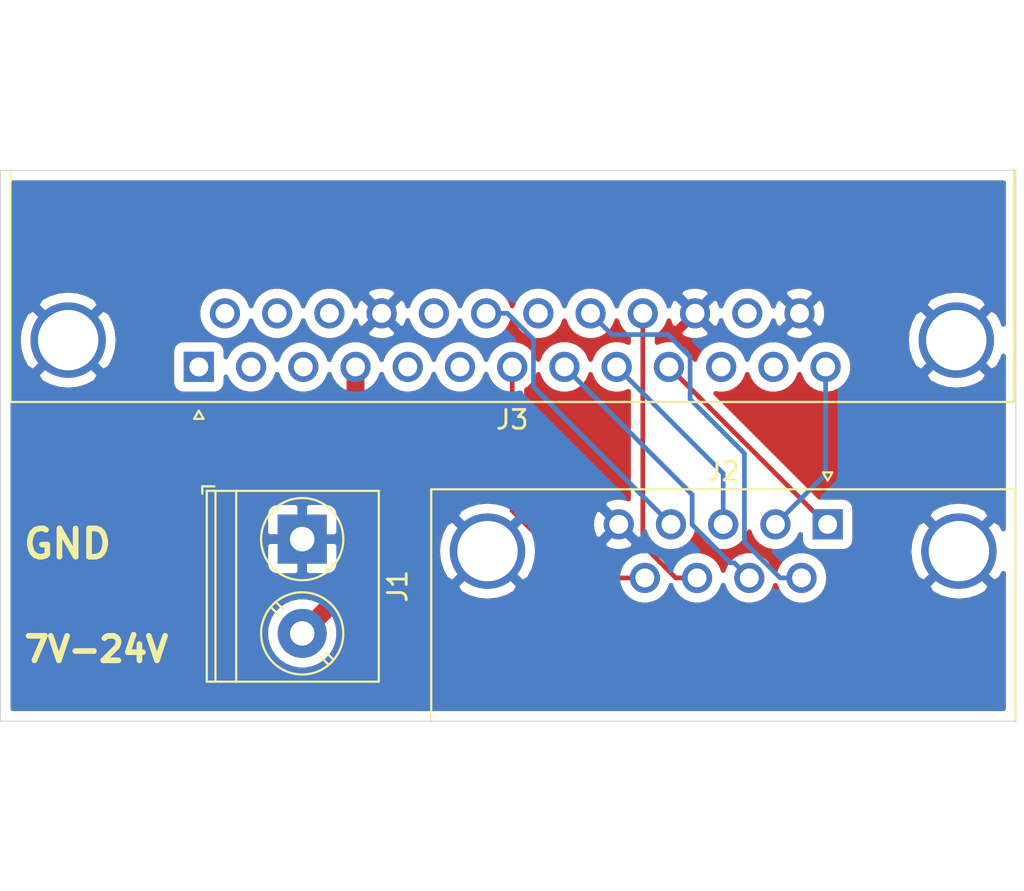
<source format=kicad_pcb>
(kicad_pcb (version 20171130) (host pcbnew 5.1.5-52549c5~84~ubuntu18.04.1)

  (general
    (thickness 1.6)
    (drawings 6)
    (tracks 34)
    (zones 0)
    (modules 3)
    (nets 24)
  )

  (page A)
  (title_block
    (title "DB9 to DB25 A3LA adapter board")
    (date 2020-02-12)
    (rev 1)
    (company "NOAA AOML PHOD")
    (comment 4 "Pedro Pena")
  )

  (layers
    (0 F.Cu signal)
    (31 B.Cu signal)
    (32 B.Adhes user)
    (33 F.Adhes user)
    (34 B.Paste user)
    (35 F.Paste user)
    (36 B.SilkS user)
    (37 F.SilkS user)
    (38 B.Mask user)
    (39 F.Mask user)
    (40 Dwgs.User user)
    (41 Cmts.User user)
    (42 Eco1.User user)
    (43 Eco2.User user)
    (44 Edge.Cuts user)
    (45 Margin user)
    (46 B.CrtYd user)
    (47 F.CrtYd user)
    (48 B.Fab user)
    (49 F.Fab user)
  )

  (setup
    (last_trace_width 0.95)
    (user_trace_width 0.45)
    (user_trace_width 0.95)
    (trace_clearance 0.2)
    (zone_clearance 0.508)
    (zone_45_only no)
    (trace_min 0.2)
    (via_size 0.8)
    (via_drill 0.4)
    (via_min_size 0.4)
    (via_min_drill 0.3)
    (uvia_size 0.3)
    (uvia_drill 0.1)
    (uvias_allowed no)
    (uvia_min_size 0.2)
    (uvia_min_drill 0.1)
    (edge_width 0.05)
    (segment_width 0.2)
    (pcb_text_width 0.3)
    (pcb_text_size 1.5 1.5)
    (mod_edge_width 0.12)
    (mod_text_size 1 1)
    (mod_text_width 0.15)
    (pad_size 1.524 1.524)
    (pad_drill 0.762)
    (pad_to_mask_clearance 0.051)
    (solder_mask_min_width 0.25)
    (aux_axis_origin 0 0)
    (visible_elements FFFFFF7F)
    (pcbplotparams
      (layerselection 0x010fc_ffffffff)
      (usegerberextensions false)
      (usegerberattributes false)
      (usegerberadvancedattributes false)
      (creategerberjobfile false)
      (excludeedgelayer true)
      (linewidth 0.100000)
      (plotframeref false)
      (viasonmask false)
      (mode 1)
      (useauxorigin false)
      (hpglpennumber 1)
      (hpglpenspeed 20)
      (hpglpendiameter 15.000000)
      (psnegative false)
      (psa4output false)
      (plotreference true)
      (plotvalue true)
      (plotinvisibletext false)
      (padsonsilk false)
      (subtractmaskfromsilk false)
      (outputformat 1)
      (mirror false)
      (drillshape 0)
      (scaleselection 1)
      (outputdirectory "gerber/"))
  )

  (net 0 "")
  (net 1 GND)
  (net 2 /DCD)
  (net 3 /S-Rx)
  (net 4 /S-Tx)
  (net 5 /DTR)
  (net 6 /DSR)
  (net 7 /RTS)
  (net 8 /CTS)
  (net 9 /RI)
  (net 10 "Net-(J3-Pad1)")
  (net 11 "Net-(J3-Pad2)")
  (net 12 "Net-(J3-Pad3)")
  (net 13 "Net-(J3-Pad5)")
  (net 14 "Net-(J3-Pad6)")
  (net 15 "Net-(J3-Pad11)")
  (net 16 "Net-(J3-Pad12)")
  (net 17 "Net-(J3-Pad14)")
  (net 18 "Net-(J3-Pad15)")
  (net 19 "Net-(J3-Pad16)")
  (net 20 "Net-(J3-Pad18)")
  (net 21 "Net-(J3-Pad20)")
  (net 22 "Net-(J3-Pad24)")
  (net 23 /VCC)

  (net_class Default "This is the default net class."
    (clearance 0.2)
    (trace_width 0.25)
    (via_dia 0.8)
    (via_drill 0.4)
    (uvia_dia 0.3)
    (uvia_drill 0.1)
    (add_net /CTS)
    (add_net /DCD)
    (add_net /DSR)
    (add_net /DTR)
    (add_net /RI)
    (add_net /RTS)
    (add_net /S-Rx)
    (add_net /S-Tx)
    (add_net /VCC)
    (add_net GND)
    (add_net "Net-(J3-Pad1)")
    (add_net "Net-(J3-Pad11)")
    (add_net "Net-(J3-Pad12)")
    (add_net "Net-(J3-Pad14)")
    (add_net "Net-(J3-Pad15)")
    (add_net "Net-(J3-Pad16)")
    (add_net "Net-(J3-Pad18)")
    (add_net "Net-(J3-Pad2)")
    (add_net "Net-(J3-Pad20)")
    (add_net "Net-(J3-Pad24)")
    (add_net "Net-(J3-Pad3)")
    (add_net "Net-(J3-Pad5)")
    (add_net "Net-(J3-Pad6)")
  )

  (module TerminalBlock_Phoenix:TerminalBlock_Phoenix_PT-1,5-2-5.0-H_1x02_P5.00mm_Horizontal (layer F.Cu) (tedit 5B294F69) (tstamp 5E448C12)
    (at 122.428 87.63 270)
    (descr "Terminal Block Phoenix PT-1,5-2-5.0-H, 2 pins, pitch 5mm, size 10x9mm^2, drill diamater 1.3mm, pad diameter 2.6mm, see http://www.mouser.com/ds/2/324/ItemDetail_1935161-922578.pdf, script-generated using https://github.com/pointhi/kicad-footprint-generator/scripts/TerminalBlock_Phoenix")
    (tags "THT Terminal Block Phoenix PT-1,5-2-5.0-H pitch 5mm size 10x9mm^2 drill 1.3mm pad 2.6mm")
    (path /5E44A23A)
    (fp_text reference J1 (at 2.5 -5.06 90) (layer F.SilkS)
      (effects (font (size 1 1) (thickness 0.15)))
    )
    (fp_text value Screw_Terminal_01x02 (at 2.5 6.06 90) (layer F.Fab)
      (effects (font (size 1 1) (thickness 0.15)))
    )
    (fp_circle (center 0 0) (end 2 0) (layer F.Fab) (width 0.1))
    (fp_circle (center 0 0) (end 2.18 0) (layer F.SilkS) (width 0.12))
    (fp_circle (center 5 0) (end 7 0) (layer F.Fab) (width 0.1))
    (fp_circle (center 5 0) (end 7.18 0) (layer F.SilkS) (width 0.12))
    (fp_line (start -2.5 -4) (end 7.5 -4) (layer F.Fab) (width 0.1))
    (fp_line (start 7.5 -4) (end 7.5 5) (layer F.Fab) (width 0.1))
    (fp_line (start 7.5 5) (end -2.1 5) (layer F.Fab) (width 0.1))
    (fp_line (start -2.1 5) (end -2.5 4.6) (layer F.Fab) (width 0.1))
    (fp_line (start -2.5 4.6) (end -2.5 -4) (layer F.Fab) (width 0.1))
    (fp_line (start -2.5 4.6) (end 7.5 4.6) (layer F.Fab) (width 0.1))
    (fp_line (start -2.56 4.6) (end 7.56 4.6) (layer F.SilkS) (width 0.12))
    (fp_line (start -2.5 3.5) (end 7.5 3.5) (layer F.Fab) (width 0.1))
    (fp_line (start -2.56 3.5) (end 7.56 3.5) (layer F.SilkS) (width 0.12))
    (fp_line (start -2.56 -4.06) (end 7.56 -4.06) (layer F.SilkS) (width 0.12))
    (fp_line (start -2.56 5.06) (end 7.56 5.06) (layer F.SilkS) (width 0.12))
    (fp_line (start -2.56 -4.06) (end -2.56 5.06) (layer F.SilkS) (width 0.12))
    (fp_line (start 7.56 -4.06) (end 7.56 5.06) (layer F.SilkS) (width 0.12))
    (fp_line (start 1.517 -1.273) (end -1.273 1.517) (layer F.Fab) (width 0.1))
    (fp_line (start 1.273 -1.517) (end -1.517 1.273) (layer F.Fab) (width 0.1))
    (fp_line (start 1.654 -1.388) (end 1.547 -1.281) (layer F.SilkS) (width 0.12))
    (fp_line (start -1.282 1.547) (end -1.388 1.654) (layer F.SilkS) (width 0.12))
    (fp_line (start 1.388 -1.654) (end 1.281 -1.547) (layer F.SilkS) (width 0.12))
    (fp_line (start -1.548 1.281) (end -1.654 1.388) (layer F.SilkS) (width 0.12))
    (fp_line (start 6.517 -1.273) (end 3.728 1.517) (layer F.Fab) (width 0.1))
    (fp_line (start 6.273 -1.517) (end 3.484 1.273) (layer F.Fab) (width 0.1))
    (fp_line (start 6.654 -1.388) (end 6.259 -0.992) (layer F.SilkS) (width 0.12))
    (fp_line (start 3.993 1.274) (end 3.613 1.654) (layer F.SilkS) (width 0.12))
    (fp_line (start 6.388 -1.654) (end 6.008 -1.274) (layer F.SilkS) (width 0.12))
    (fp_line (start 3.742 0.992) (end 3.347 1.388) (layer F.SilkS) (width 0.12))
    (fp_line (start -2.8 4.66) (end -2.8 5.3) (layer F.SilkS) (width 0.12))
    (fp_line (start -2.8 5.3) (end -2.4 5.3) (layer F.SilkS) (width 0.12))
    (fp_line (start -3 -4.5) (end -3 5.5) (layer F.CrtYd) (width 0.05))
    (fp_line (start -3 5.5) (end 8 5.5) (layer F.CrtYd) (width 0.05))
    (fp_line (start 8 5.5) (end 8 -4.5) (layer F.CrtYd) (width 0.05))
    (fp_line (start 8 -4.5) (end -3 -4.5) (layer F.CrtYd) (width 0.05))
    (fp_text user %R (at 2.5 2.9 90) (layer F.Fab)
      (effects (font (size 1 1) (thickness 0.15)))
    )
    (pad 1 thru_hole rect (at 0 0 270) (size 2.6 2.6) (drill 1.3) (layers *.Cu *.Mask)
      (net 1 GND))
    (pad 2 thru_hole circle (at 5 0 270) (size 2.6 2.6) (drill 1.3) (layers *.Cu *.Mask)
      (net 23 /VCC))
    (model ${KISYS3DMOD}/TerminalBlock_Phoenix.3dshapes/TerminalBlock_Phoenix_PT-1,5-2-5.0-H_1x02_P5.00mm_Horizontal.wrl
      (at (xyz 0 0 0))
      (scale (xyz 1 1 1))
      (rotate (xyz 0 0 0))
    )
    (model /usr/share/kicad/modules/TerminalBlock_Phoenix.pretty/TerminalBlock_Phoenix_PT-1,5-2-5.0-H_1x02_P5.00mm_Horizontal.kicad_mod
      (at (xyz 0 0 0))
      (scale (xyz 1 1 1))
      (rotate (xyz 0 0 0))
    )
    (model ${KISYS3DMOD}/TerminalBlock_Altech.3dshapes/Altech_AK300_1x02_P5.00mm_45-Degree.wrl
      (at (xyz 0 0 0))
      (scale (xyz 1 1 1))
      (rotate (xyz 0 0 0))
    )
  )

  (module Connector_Dsub:DSUB-9_Female_Horizontal_P2.77x2.84mm_EdgePinOffset7.70mm_Housed_MountingHolesOffset9.12mm (layer F.Cu) (tedit 59FEDEE2) (tstamp 5E4499A9)
    (at 150.293988 86.846526)
    (descr "9-pin D-Sub connector, horizontal/angled (90 deg), THT-mount, female, pitch 2.77x2.84mm, pin-PCB-offset 7.699999999999999mm, distance of mounting holes 25mm, distance of mounting holes to PCB edge 9.12mm, see https://disti-assets.s3.amazonaws.com/tonar/files/datasheets/16730.pdf")
    (tags "9-pin D-Sub connector horizontal angled 90deg THT female pitch 2.77x2.84mm pin-PCB-offset 7.699999999999999mm mounting-holes-distance 25mm mounting-hole-offset 25mm")
    (path /5E43A7CF)
    (fp_text reference J2 (at -5.54 -2.8) (layer F.SilkS)
      (effects (font (size 1 1) (thickness 0.15)))
    )
    (fp_text value DB9_Female_MountingHoles (at -5.54 18.61) (layer F.Fab)
      (effects (font (size 1 1) (thickness 0.15)))
    )
    (fp_arc (start -18.04 1.42) (end -19.64 1.42) (angle 180) (layer F.Fab) (width 0.1))
    (fp_arc (start 6.96 1.42) (end 5.36 1.42) (angle 180) (layer F.Fab) (width 0.1))
    (fp_line (start -20.965 -1.8) (end -20.965 10.54) (layer F.Fab) (width 0.1))
    (fp_line (start -20.965 10.54) (end 9.885 10.54) (layer F.Fab) (width 0.1))
    (fp_line (start 9.885 10.54) (end 9.885 -1.8) (layer F.Fab) (width 0.1))
    (fp_line (start 9.885 -1.8) (end -20.965 -1.8) (layer F.Fab) (width 0.1))
    (fp_line (start -20.965 10.54) (end -20.965 10.94) (layer F.Fab) (width 0.1))
    (fp_line (start -20.965 10.94) (end 9.885 10.94) (layer F.Fab) (width 0.1))
    (fp_line (start 9.885 10.94) (end 9.885 10.54) (layer F.Fab) (width 0.1))
    (fp_line (start 9.885 10.54) (end -20.965 10.54) (layer F.Fab) (width 0.1))
    (fp_line (start -13.69 10.94) (end -13.69 17.11) (layer F.Fab) (width 0.1))
    (fp_line (start -13.69 17.11) (end 2.61 17.11) (layer F.Fab) (width 0.1))
    (fp_line (start 2.61 17.11) (end 2.61 10.94) (layer F.Fab) (width 0.1))
    (fp_line (start 2.61 10.94) (end -13.69 10.94) (layer F.Fab) (width 0.1))
    (fp_line (start -20.54 10.94) (end -20.54 15.94) (layer F.Fab) (width 0.1))
    (fp_line (start -20.54 15.94) (end -15.54 15.94) (layer F.Fab) (width 0.1))
    (fp_line (start -15.54 15.94) (end -15.54 10.94) (layer F.Fab) (width 0.1))
    (fp_line (start -15.54 10.94) (end -20.54 10.94) (layer F.Fab) (width 0.1))
    (fp_line (start 4.46 10.94) (end 4.46 15.94) (layer F.Fab) (width 0.1))
    (fp_line (start 4.46 15.94) (end 9.46 15.94) (layer F.Fab) (width 0.1))
    (fp_line (start 9.46 15.94) (end 9.46 10.94) (layer F.Fab) (width 0.1))
    (fp_line (start 9.46 10.94) (end 4.46 10.94) (layer F.Fab) (width 0.1))
    (fp_line (start -19.64 10.54) (end -19.64 1.42) (layer F.Fab) (width 0.1))
    (fp_line (start -16.44 10.54) (end -16.44 1.42) (layer F.Fab) (width 0.1))
    (fp_line (start 5.36 10.54) (end 5.36 1.42) (layer F.Fab) (width 0.1))
    (fp_line (start 8.56 10.54) (end 8.56 1.42) (layer F.Fab) (width 0.1))
    (fp_line (start -21.025 10.48) (end -21.025 -1.86) (layer F.SilkS) (width 0.12))
    (fp_line (start -21.025 -1.86) (end 9.945 -1.86) (layer F.SilkS) (width 0.12))
    (fp_line (start 9.945 -1.86) (end 9.945 10.48) (layer F.SilkS) (width 0.12))
    (fp_line (start -0.25 -2.754338) (end 0.25 -2.754338) (layer F.SilkS) (width 0.12))
    (fp_line (start 0.25 -2.754338) (end 0 -2.321325) (layer F.SilkS) (width 0.12))
    (fp_line (start 0 -2.321325) (end -0.25 -2.754338) (layer F.SilkS) (width 0.12))
    (fp_line (start -21.5 -2.35) (end -21.5 17.65) (layer F.CrtYd) (width 0.05))
    (fp_line (start -21.5 17.65) (end 10.4 17.65) (layer F.CrtYd) (width 0.05))
    (fp_line (start 10.4 17.65) (end 10.4 -2.35) (layer F.CrtYd) (width 0.05))
    (fp_line (start 10.4 -2.35) (end -21.5 -2.35) (layer F.CrtYd) (width 0.05))
    (fp_text user %R (at -5.54 14.025) (layer F.Fab)
      (effects (font (size 1 1) (thickness 0.15)))
    )
    (pad 1 thru_hole rect (at 0 0) (size 1.6 1.6) (drill 1) (layers *.Cu *.Mask)
      (net 2 /DCD))
    (pad 2 thru_hole circle (at -2.77 0) (size 1.6 1.6) (drill 1) (layers *.Cu *.Mask)
      (net 3 /S-Rx))
    (pad 3 thru_hole circle (at -5.54 0) (size 1.6 1.6) (drill 1) (layers *.Cu *.Mask)
      (net 4 /S-Tx))
    (pad 4 thru_hole circle (at -8.31 0) (size 1.6 1.6) (drill 1) (layers *.Cu *.Mask)
      (net 5 /DTR))
    (pad 5 thru_hole circle (at -11.08 0) (size 1.6 1.6) (drill 1) (layers *.Cu *.Mask)
      (net 1 GND))
    (pad 6 thru_hole circle (at -1.385 2.84) (size 1.6 1.6) (drill 1) (layers *.Cu *.Mask)
      (net 6 /DSR))
    (pad 7 thru_hole circle (at -4.155 2.84) (size 1.6 1.6) (drill 1) (layers *.Cu *.Mask)
      (net 7 /RTS))
    (pad 8 thru_hole circle (at -6.925 2.84) (size 1.6 1.6) (drill 1) (layers *.Cu *.Mask)
      (net 8 /CTS))
    (pad 9 thru_hole circle (at -9.695 2.84) (size 1.6 1.6) (drill 1) (layers *.Cu *.Mask)
      (net 9 /RI))
    (pad 0 thru_hole circle (at -18.04 1.42) (size 4 4) (drill 3.2) (layers *.Cu *.Mask)
      (net 1 GND))
    (pad 0 thru_hole circle (at 6.96 1.42) (size 4 4) (drill 3.2) (layers *.Cu *.Mask)
      (net 1 GND))
    (model ${KISYS3DMOD}/Connector_Dsub.3dshapes/DSUB-9_Female_Horizontal_P2.77x2.84mm_EdgePinOffset7.70mm_Housed_MountingHolesOffset9.12mm.wrl
      (at (xyz 0 0 0))
      (scale (xyz 1 1 1))
      (rotate (xyz 0 0 0))
    )
    (model ${KIPRJMOD}/3d_models/D-Sub6180xx211821_female.stp
      (offset (xyz -5.5 -10.5 0))
      (scale (xyz 1 1 1))
      (rotate (xyz -90 0 0))
    )
  )

  (module Connector_Dsub:DSUB-25_Female_Horizontal_P2.77x2.84mm_EdgePinOffset7.70mm_Housed_MountingHolesOffset9.12mm (layer F.Cu) (tedit 59FEDEE2) (tstamp 5E448C8A)
    (at 116.945322 78.49686 180)
    (descr "25-pin D-Sub connector, horizontal/angled (90 deg), THT-mount, female, pitch 2.77x2.84mm, pin-PCB-offset 7.699999999999999mm, distance of mounting holes 47.1mm, distance of mounting holes to PCB edge 9.12mm, see https://disti-assets.s3.amazonaws.com/tonar/files/datasheets/16730.pdf")
    (tags "25-pin D-Sub connector horizontal angled 90deg THT female pitch 2.77x2.84mm pin-PCB-offset 7.699999999999999mm mounting-holes-distance 47.1mm mounting-hole-offset 47.1mm")
    (path /5E42D791)
    (fp_text reference J3 (at -16.62 -2.8) (layer F.SilkS)
      (effects (font (size 1 1) (thickness 0.15)))
    )
    (fp_text value DB25_Female_MountingHoles (at -16.62 18.61) (layer F.Fab)
      (effects (font (size 1 1) (thickness 0.15)))
    )
    (fp_arc (start -40.17 1.42) (end -41.77 1.42) (angle 180) (layer F.Fab) (width 0.1))
    (fp_arc (start 6.93 1.42) (end 5.33 1.42) (angle 180) (layer F.Fab) (width 0.1))
    (fp_line (start -43.17 -1.8) (end -43.17 10.54) (layer F.Fab) (width 0.1))
    (fp_line (start -43.17 10.54) (end 9.93 10.54) (layer F.Fab) (width 0.1))
    (fp_line (start 9.93 10.54) (end 9.93 -1.8) (layer F.Fab) (width 0.1))
    (fp_line (start 9.93 -1.8) (end -43.17 -1.8) (layer F.Fab) (width 0.1))
    (fp_line (start -43.17 10.54) (end -43.17 10.94) (layer F.Fab) (width 0.1))
    (fp_line (start -43.17 10.94) (end 9.93 10.94) (layer F.Fab) (width 0.1))
    (fp_line (start 9.93 10.94) (end 9.93 10.54) (layer F.Fab) (width 0.1))
    (fp_line (start 9.93 10.54) (end -43.17 10.54) (layer F.Fab) (width 0.1))
    (fp_line (start -35.77 10.94) (end -35.77 17.11) (layer F.Fab) (width 0.1))
    (fp_line (start -35.77 17.11) (end 2.53 17.11) (layer F.Fab) (width 0.1))
    (fp_line (start 2.53 17.11) (end 2.53 10.94) (layer F.Fab) (width 0.1))
    (fp_line (start 2.53 10.94) (end -35.77 10.94) (layer F.Fab) (width 0.1))
    (fp_line (start -42.67 10.94) (end -42.67 15.94) (layer F.Fab) (width 0.1))
    (fp_line (start -42.67 15.94) (end -37.67 15.94) (layer F.Fab) (width 0.1))
    (fp_line (start -37.67 15.94) (end -37.67 10.94) (layer F.Fab) (width 0.1))
    (fp_line (start -37.67 10.94) (end -42.67 10.94) (layer F.Fab) (width 0.1))
    (fp_line (start 4.43 10.94) (end 4.43 15.94) (layer F.Fab) (width 0.1))
    (fp_line (start 4.43 15.94) (end 9.43 15.94) (layer F.Fab) (width 0.1))
    (fp_line (start 9.43 15.94) (end 9.43 10.94) (layer F.Fab) (width 0.1))
    (fp_line (start 9.43 10.94) (end 4.43 10.94) (layer F.Fab) (width 0.1))
    (fp_line (start -41.77 10.54) (end -41.77 1.42) (layer F.Fab) (width 0.1))
    (fp_line (start -38.57 10.54) (end -38.57 1.42) (layer F.Fab) (width 0.1))
    (fp_line (start 5.33 10.54) (end 5.33 1.42) (layer F.Fab) (width 0.1))
    (fp_line (start 8.53 10.54) (end 8.53 1.42) (layer F.Fab) (width 0.1))
    (fp_line (start -43.23 10.48) (end -43.23 -1.86) (layer F.SilkS) (width 0.12))
    (fp_line (start -43.23 -1.86) (end 9.99 -1.86) (layer F.SilkS) (width 0.12))
    (fp_line (start 9.99 -1.86) (end 9.99 10.48) (layer F.SilkS) (width 0.12))
    (fp_line (start -0.25 -2.754338) (end 0.25 -2.754338) (layer F.SilkS) (width 0.12))
    (fp_line (start 0.25 -2.754338) (end 0 -2.321325) (layer F.SilkS) (width 0.12))
    (fp_line (start 0 -2.321325) (end -0.25 -2.754338) (layer F.SilkS) (width 0.12))
    (fp_line (start -43.7 -2.35) (end -43.7 17.65) (layer F.CrtYd) (width 0.05))
    (fp_line (start -43.7 17.65) (end 10.45 17.65) (layer F.CrtYd) (width 0.05))
    (fp_line (start 10.45 17.65) (end 10.45 -2.35) (layer F.CrtYd) (width 0.05))
    (fp_line (start 10.45 -2.35) (end -43.7 -2.35) (layer F.CrtYd) (width 0.05))
    (fp_text user %R (at -16.62 14.025) (layer F.Fab)
      (effects (font (size 1 1) (thickness 0.15)))
    )
    (pad 1 thru_hole rect (at 0 0 180) (size 1.6 1.6) (drill 1) (layers *.Cu *.Mask)
      (net 10 "Net-(J3-Pad1)"))
    (pad 2 thru_hole circle (at -2.77 0 180) (size 1.6 1.6) (drill 1) (layers *.Cu *.Mask)
      (net 11 "Net-(J3-Pad2)"))
    (pad 3 thru_hole circle (at -5.54 0 180) (size 1.6 1.6) (drill 1) (layers *.Cu *.Mask)
      (net 12 "Net-(J3-Pad3)"))
    (pad 4 thru_hole circle (at -8.31 0 180) (size 1.6 1.6) (drill 1) (layers *.Cu *.Mask)
      (net 23 /VCC))
    (pad 5 thru_hole circle (at -11.08 0 180) (size 1.6 1.6) (drill 1) (layers *.Cu *.Mask)
      (net 13 "Net-(J3-Pad5)"))
    (pad 6 thru_hole circle (at -13.85 0 180) (size 1.6 1.6) (drill 1) (layers *.Cu *.Mask)
      (net 14 "Net-(J3-Pad6)"))
    (pad 7 thru_hole circle (at -16.62 0 180) (size 1.6 1.6) (drill 1) (layers *.Cu *.Mask)
      (net 9 /RI))
    (pad 8 thru_hole circle (at -19.39 0 180) (size 1.6 1.6) (drill 1) (layers *.Cu *.Mask)
      (net 7 /RTS))
    (pad 9 thru_hole circle (at -22.16 0 180) (size 1.6 1.6) (drill 1) (layers *.Cu *.Mask)
      (net 4 /S-Tx))
    (pad 10 thru_hole circle (at -24.93 0 180) (size 1.6 1.6) (drill 1) (layers *.Cu *.Mask)
      (net 2 /DCD))
    (pad 11 thru_hole circle (at -27.7 0 180) (size 1.6 1.6) (drill 1) (layers *.Cu *.Mask)
      (net 15 "Net-(J3-Pad11)"))
    (pad 12 thru_hole circle (at -30.47 0 180) (size 1.6 1.6) (drill 1) (layers *.Cu *.Mask)
      (net 16 "Net-(J3-Pad12)"))
    (pad 13 thru_hole circle (at -33.24 0 180) (size 1.6 1.6) (drill 1) (layers *.Cu *.Mask)
      (net 3 /S-Rx))
    (pad 14 thru_hole circle (at -1.385 2.84 180) (size 1.6 1.6) (drill 1) (layers *.Cu *.Mask)
      (net 17 "Net-(J3-Pad14)"))
    (pad 15 thru_hole circle (at -4.155 2.84 180) (size 1.6 1.6) (drill 1) (layers *.Cu *.Mask)
      (net 18 "Net-(J3-Pad15)"))
    (pad 16 thru_hole circle (at -6.925 2.84 180) (size 1.6 1.6) (drill 1) (layers *.Cu *.Mask)
      (net 19 "Net-(J3-Pad16)"))
    (pad 17 thru_hole circle (at -9.695 2.84 180) (size 1.6 1.6) (drill 1) (layers *.Cu *.Mask)
      (net 1 GND))
    (pad 18 thru_hole circle (at -12.465 2.84 180) (size 1.6 1.6) (drill 1) (layers *.Cu *.Mask)
      (net 20 "Net-(J3-Pad18)"))
    (pad 19 thru_hole circle (at -15.235 2.84 180) (size 1.6 1.6) (drill 1) (layers *.Cu *.Mask)
      (net 5 /DTR))
    (pad 20 thru_hole circle (at -18.005 2.84 180) (size 1.6 1.6) (drill 1) (layers *.Cu *.Mask)
      (net 21 "Net-(J3-Pad20)"))
    (pad 21 thru_hole circle (at -20.775 2.84 180) (size 1.6 1.6) (drill 1) (layers *.Cu *.Mask)
      (net 6 /DSR))
    (pad 22 thru_hole circle (at -23.545 2.84 180) (size 1.6 1.6) (drill 1) (layers *.Cu *.Mask)
      (net 8 /CTS))
    (pad 23 thru_hole circle (at -26.315 2.84 180) (size 1.6 1.6) (drill 1) (layers *.Cu *.Mask)
      (net 1 GND))
    (pad 24 thru_hole circle (at -29.085 2.84 180) (size 1.6 1.6) (drill 1) (layers *.Cu *.Mask)
      (net 22 "Net-(J3-Pad24)"))
    (pad 25 thru_hole circle (at -31.855 2.84 180) (size 1.6 1.6) (drill 1) (layers *.Cu *.Mask)
      (net 1 GND))
    (pad 0 thru_hole circle (at -40.17 1.42 180) (size 4 4) (drill 3.2) (layers *.Cu *.Mask)
      (net 1 GND))
    (pad 0 thru_hole circle (at 6.93 1.42 180) (size 4 4) (drill 3.2) (layers *.Cu *.Mask)
      (net 1 GND))
    (model ${KISYS3DMOD}/Connector_Dsub.3dshapes/DSUB-25_Female_Horizontal_P2.77x2.84mm_EdgePinOffset7.70mm_Housed_MountingHolesOffset9.12mm.wrl
      (at (xyz 0 0 0))
      (scale (xyz 1 1 1))
      (rotate (xyz 0 0 0))
    )
  )

  (gr_text 7V-24V (at 111.506 93.472) (layer F.SilkS)
    (effects (font (size 1.3 1.3) (thickness 0.3)))
  )
  (gr_text GND (at 109.982 87.884) (layer F.SilkS)
    (effects (font (size 1.5 1.5) (thickness 0.3)))
  )
  (gr_line (start 106.426 97.282) (end 106.426 68.072) (layer Edge.Cuts) (width 0.05) (tstamp 5E4493FF))
  (gr_line (start 160.274 97.282) (end 106.426 97.282) (layer Edge.Cuts) (width 0.05))
  (gr_line (start 160.274 68.072) (end 160.274 97.282) (layer Edge.Cuts) (width 0.05))
  (gr_line (start 106.426 68.072) (end 160.274 68.072) (layer Edge.Cuts) (width 0.05))

  (segment (start 150.224988 86.846526) (end 150.293988 86.846526) (width 0.25) (layer F.Cu) (net 2) (status 30))
  (segment (start 141.875322 78.49686) (end 150.224988 86.846526) (width 0.25) (layer F.Cu) (net 2) (status 30))
  (segment (start 150.185322 84.185192) (end 147.523988 86.846526) (width 0.25) (layer B.Cu) (net 3) (status 20))
  (segment (start 150.185322 78.49686) (end 150.185322 84.185192) (width 0.25) (layer B.Cu) (net 3) (status 10))
  (segment (start 144.753988 84.145526) (end 139.105322 78.49686) (width 0.25) (layer B.Cu) (net 4) (status 20))
  (segment (start 144.753988 86.846526) (end 144.753988 84.145526) (width 0.25) (layer B.Cu) (net 4) (status 10))
  (segment (start 133.311692 75.65686) (end 132.180322 75.65686) (width 0.25) (layer B.Cu) (net 5) (status 20))
  (segment (start 134.690323 77.035491) (end 133.311692 75.65686) (width 0.25) (layer B.Cu) (net 5))
  (segment (start 141.983988 86.846526) (end 134.690323 79.552861) (width 0.25) (layer B.Cu) (net 5) (status 10))
  (segment (start 134.690323 79.552861) (end 134.690323 77.035491) (width 0.25) (layer B.Cu) (net 5))
  (segment (start 138.845323 76.781861) (end 138.520321 76.456859) (width 0.25) (layer B.Cu) (net 6))
  (segment (start 141.825325 76.781861) (end 138.845323 76.781861) (width 0.25) (layer B.Cu) (net 6))
  (segment (start 143.000323 77.956859) (end 141.825325 76.781861) (width 0.25) (layer B.Cu) (net 6))
  (segment (start 145.878989 83.085527) (end 143.000323 80.206861) (width 0.25) (layer B.Cu) (net 6))
  (segment (start 138.520321 76.456859) (end 137.720322 75.65686) (width 0.25) (layer B.Cu) (net 6) (status 20))
  (segment (start 143.000323 80.206861) (end 143.000323 77.956859) (width 0.25) (layer B.Cu) (net 6))
  (segment (start 145.878989 87.787897) (end 145.878989 83.085527) (width 0.25) (layer B.Cu) (net 6))
  (segment (start 147.777618 89.686526) (end 145.878989 87.787897) (width 0.25) (layer B.Cu) (net 6))
  (segment (start 148.908988 89.686526) (end 147.777618 89.686526) (width 0.25) (layer B.Cu) (net 6) (status 10))
  (segment (start 143.108989 85.270527) (end 137.135321 79.296859) (width 0.25) (layer B.Cu) (net 7))
  (segment (start 137.135321 79.296859) (end 136.335322 78.49686) (width 0.25) (layer B.Cu) (net 7) (status 20))
  (segment (start 143.108989 86.866529) (end 143.108989 85.270527) (width 0.25) (layer B.Cu) (net 7))
  (segment (start 145.128987 88.886527) (end 143.108989 86.866529) (width 0.25) (layer B.Cu) (net 7))
  (segment (start 145.338989 88.886527) (end 145.128987 88.886527) (width 0.25) (layer B.Cu) (net 7))
  (segment (start 146.138988 89.686526) (end 145.338989 88.886527) (width 0.25) (layer B.Cu) (net 7) (status 10))
  (segment (start 140.490322 76.78823) (end 140.490322 75.65686) (width 0.25) (layer F.Cu) (net 8) (status 20))
  (segment (start 142.237618 89.686526) (end 140.490322 87.93923) (width 0.25) (layer F.Cu) (net 8))
  (segment (start 140.490322 87.93923) (end 140.490322 76.78823) (width 0.25) (layer F.Cu) (net 8))
  (segment (start 143.368988 89.686526) (end 142.237618 89.686526) (width 0.25) (layer F.Cu) (net 8) (status 10))
  (segment (start 140.598988 89.686526) (end 137.134628 89.686526) (width 0.25) (layer F.Cu) (net 9) (status 10))
  (segment (start 133.565322 86.11722) (end 133.565322 78.49686) (width 0.25) (layer F.Cu) (net 9) (status 20))
  (segment (start 137.134628 89.686526) (end 133.565322 86.11722) (width 0.25) (layer F.Cu) (net 9))
  (segment (start 125.255322 89.802678) (end 122.428 92.63) (width 0.95) (layer F.Cu) (net 23))
  (segment (start 125.255322 78.49686) (end 125.255322 89.802678) (width 0.95) (layer F.Cu) (net 23))

  (zone (net 1) (net_name GND) (layer B.Cu) (tstamp 5E44A428) (hatch edge 0.508)
    (connect_pads (clearance 0.508))
    (min_thickness 0.254)
    (fill yes (arc_segments 32) (thermal_gap 0.508) (thermal_bridge_width 0.508))
    (polygon
      (pts
        (xy 160.274 97.282) (xy 106.426 97.282) (xy 106.426 68.072) (xy 160.274 68.072)
      )
    )
    (filled_polygon
      (pts
        (xy 159.614 76.238569) (xy 159.552601 76.042334) (xy 159.32958 75.625088) (xy 158.962821 75.408966) (xy 157.294927 77.07686)
        (xy 158.962821 78.744754) (xy 159.32958 78.528632) (xy 159.57026 78.068755) (xy 159.614 77.919904) (xy 159.614001 87.087444)
        (xy 159.468246 86.814754) (xy 159.101487 86.598632) (xy 157.433593 88.266526) (xy 159.101487 89.93442) (xy 159.468246 89.718298)
        (xy 159.614001 89.439799) (xy 159.614001 96.622) (xy 107.086 96.622) (xy 107.086 92.439419) (xy 120.493 92.439419)
        (xy 120.493 92.820581) (xy 120.567361 93.194419) (xy 120.713225 93.546566) (xy 120.924987 93.863491) (xy 121.194509 94.133013)
        (xy 121.511434 94.344775) (xy 121.863581 94.490639) (xy 122.237419 94.565) (xy 122.618581 94.565) (xy 122.992419 94.490639)
        (xy 123.344566 94.344775) (xy 123.661491 94.133013) (xy 123.931013 93.863491) (xy 124.142775 93.546566) (xy 124.288639 93.194419)
        (xy 124.363 92.820581) (xy 124.363 92.439419) (xy 124.288639 92.065581) (xy 124.142775 91.713434) (xy 123.931013 91.396509)
        (xy 123.661491 91.126987) (xy 123.344566 90.915225) (xy 122.992419 90.769361) (xy 122.618581 90.695) (xy 122.237419 90.695)
        (xy 121.863581 90.769361) (xy 121.511434 90.915225) (xy 121.194509 91.126987) (xy 120.924987 91.396509) (xy 120.713225 91.713434)
        (xy 120.567361 92.065581) (xy 120.493 92.439419) (xy 107.086 92.439419) (xy 107.086 90.114025) (xy 130.586094 90.114025)
        (xy 130.802216 90.480784) (xy 131.262093 90.721464) (xy 131.760086 90.867801) (xy 132.277059 90.914174) (xy 132.793147 90.858799)
        (xy 133.288514 90.703805) (xy 133.70576 90.480784) (xy 133.921882 90.114025) (xy 132.253988 88.446131) (xy 130.586094 90.114025)
        (xy 107.086 90.114025) (xy 107.086 88.93) (xy 120.489928 88.93) (xy 120.502188 89.054482) (xy 120.538498 89.17418)
        (xy 120.597463 89.284494) (xy 120.676815 89.381185) (xy 120.773506 89.460537) (xy 120.88382 89.519502) (xy 121.003518 89.555812)
        (xy 121.128 89.568072) (xy 122.14225 89.565) (xy 122.301 89.40625) (xy 122.301 87.757) (xy 122.555 87.757)
        (xy 122.555 89.40625) (xy 122.71375 89.565) (xy 123.728 89.568072) (xy 123.852482 89.555812) (xy 123.97218 89.519502)
        (xy 124.082494 89.460537) (xy 124.179185 89.381185) (xy 124.258537 89.284494) (xy 124.317502 89.17418) (xy 124.353812 89.054482)
        (xy 124.366072 88.93) (xy 124.364133 88.289597) (xy 129.60634 88.289597) (xy 129.661715 88.805685) (xy 129.816709 89.301052)
        (xy 130.03973 89.718298) (xy 130.406489 89.93442) (xy 132.074383 88.266526) (xy 132.433593 88.266526) (xy 134.101487 89.93442)
        (xy 134.468246 89.718298) (xy 134.708926 89.258421) (xy 134.855263 88.760428) (xy 134.901636 88.243455) (xy 134.858264 87.839228)
        (xy 138.400891 87.839228) (xy 138.472474 88.083197) (xy 138.727984 88.204097) (xy 139.002172 88.272826) (xy 139.2845 88.286743)
        (xy 139.564118 88.245313) (xy 139.83028 88.150129) (xy 139.955502 88.083197) (xy 140.027085 87.839228) (xy 139.213988 87.026131)
        (xy 138.400891 87.839228) (xy 134.858264 87.839228) (xy 134.846261 87.727367) (xy 134.691267 87.232) (xy 134.522918 86.917038)
        (xy 137.773771 86.917038) (xy 137.815201 87.196656) (xy 137.910385 87.462818) (xy 137.977317 87.58804) (xy 138.221286 87.659623)
        (xy 139.034383 86.846526) (xy 138.221286 86.033429) (xy 137.977317 86.105012) (xy 137.856417 86.360522) (xy 137.787688 86.63471)
        (xy 137.773771 86.917038) (xy 134.522918 86.917038) (xy 134.468246 86.814754) (xy 134.101487 86.598632) (xy 132.433593 88.266526)
        (xy 132.074383 88.266526) (xy 130.406489 86.598632) (xy 130.03973 86.814754) (xy 129.79905 87.274631) (xy 129.652713 87.772624)
        (xy 129.60634 88.289597) (xy 124.364133 88.289597) (xy 124.363 87.91575) (xy 124.20425 87.757) (xy 122.555 87.757)
        (xy 122.301 87.757) (xy 120.65175 87.757) (xy 120.493 87.91575) (xy 120.489928 88.93) (xy 107.086 88.93)
        (xy 107.086 86.33) (xy 120.489928 86.33) (xy 120.493 87.34425) (xy 120.65175 87.503) (xy 122.301 87.503)
        (xy 122.301 85.85375) (xy 122.555 85.85375) (xy 122.555 87.503) (xy 124.20425 87.503) (xy 124.363 87.34425)
        (xy 124.365802 86.419027) (xy 130.586094 86.419027) (xy 132.253988 88.086921) (xy 133.921882 86.419027) (xy 133.70576 86.052268)
        (xy 133.245883 85.811588) (xy 132.74789 85.665251) (xy 132.230917 85.618878) (xy 131.714829 85.674253) (xy 131.219462 85.829247)
        (xy 130.802216 86.052268) (xy 130.586094 86.419027) (xy 124.365802 86.419027) (xy 124.366072 86.33) (xy 124.353812 86.205518)
        (xy 124.317502 86.08582) (xy 124.258537 85.975506) (xy 124.179185 85.878815) (xy 124.082494 85.799463) (xy 123.97218 85.740498)
        (xy 123.852482 85.704188) (xy 123.728 85.691928) (xy 122.71375 85.695) (xy 122.555 85.85375) (xy 122.301 85.85375)
        (xy 122.14225 85.695) (xy 121.128 85.691928) (xy 121.003518 85.704188) (xy 120.88382 85.740498) (xy 120.773506 85.799463)
        (xy 120.676815 85.878815) (xy 120.597463 85.975506) (xy 120.538498 86.08582) (xy 120.502188 86.205518) (xy 120.489928 86.33)
        (xy 107.086 86.33) (xy 107.086 78.924359) (xy 108.347428 78.924359) (xy 108.56355 79.291118) (xy 109.023427 79.531798)
        (xy 109.52142 79.678135) (xy 110.038393 79.724508) (xy 110.554481 79.669133) (xy 111.049848 79.514139) (xy 111.467094 79.291118)
        (xy 111.683216 78.924359) (xy 110.015322 77.256465) (xy 108.347428 78.924359) (xy 107.086 78.924359) (xy 107.086 77.099931)
        (xy 107.367674 77.099931) (xy 107.423049 77.616019) (xy 107.578043 78.111386) (xy 107.801064 78.528632) (xy 108.167823 78.744754)
        (xy 109.835717 77.07686) (xy 110.194927 77.07686) (xy 111.862821 78.744754) (xy 112.22958 78.528632) (xy 112.47026 78.068755)
        (xy 112.579542 77.69686) (xy 115.50725 77.69686) (xy 115.50725 79.29686) (xy 115.51951 79.421342) (xy 115.55582 79.54104)
        (xy 115.614785 79.651354) (xy 115.694137 79.748045) (xy 115.790828 79.827397) (xy 115.901142 79.886362) (xy 116.02084 79.922672)
        (xy 116.145322 79.934932) (xy 117.745322 79.934932) (xy 117.869804 79.922672) (xy 117.989502 79.886362) (xy 118.099816 79.827397)
        (xy 118.196507 79.748045) (xy 118.275859 79.651354) (xy 118.334824 79.54104) (xy 118.371134 79.421342) (xy 118.383394 79.29686)
        (xy 118.383394 79.031135) (xy 118.443642 79.176587) (xy 118.600685 79.411619) (xy 118.800563 79.611497) (xy 119.035595 79.76854)
        (xy 119.296748 79.876713) (xy 119.573987 79.93186) (xy 119.856657 79.93186) (xy 120.133896 79.876713) (xy 120.395049 79.76854)
        (xy 120.630081 79.611497) (xy 120.829959 79.411619) (xy 120.987002 79.176587) (xy 121.095175 78.915434) (xy 121.100322 78.889559)
        (xy 121.105469 78.915434) (xy 121.213642 79.176587) (xy 121.370685 79.411619) (xy 121.570563 79.611497) (xy 121.805595 79.76854)
        (xy 122.066748 79.876713) (xy 122.343987 79.93186) (xy 122.626657 79.93186) (xy 122.903896 79.876713) (xy 123.165049 79.76854)
        (xy 123.400081 79.611497) (xy 123.599959 79.411619) (xy 123.757002 79.176587) (xy 123.865175 78.915434) (xy 123.870322 78.889559)
        (xy 123.875469 78.915434) (xy 123.983642 79.176587) (xy 124.140685 79.411619) (xy 124.340563 79.611497) (xy 124.575595 79.76854)
        (xy 124.836748 79.876713) (xy 125.113987 79.93186) (xy 125.396657 79.93186) (xy 125.673896 79.876713) (xy 125.935049 79.76854)
        (xy 126.170081 79.611497) (xy 126.369959 79.411619) (xy 126.527002 79.176587) (xy 126.635175 78.915434) (xy 126.640322 78.889559)
        (xy 126.645469 78.915434) (xy 126.753642 79.176587) (xy 126.910685 79.411619) (xy 127.110563 79.611497) (xy 127.345595 79.76854)
        (xy 127.606748 79.876713) (xy 127.883987 79.93186) (xy 128.166657 79.93186) (xy 128.443896 79.876713) (xy 128.705049 79.76854)
        (xy 128.940081 79.611497) (xy 129.139959 79.411619) (xy 129.297002 79.176587) (xy 129.405175 78.915434) (xy 129.410322 78.889559)
        (xy 129.415469 78.915434) (xy 129.523642 79.176587) (xy 129.680685 79.411619) (xy 129.880563 79.611497) (xy 130.115595 79.76854)
        (xy 130.376748 79.876713) (xy 130.653987 79.93186) (xy 130.936657 79.93186) (xy 131.213896 79.876713) (xy 131.475049 79.76854)
        (xy 131.710081 79.611497) (xy 131.909959 79.411619) (xy 132.067002 79.176587) (xy 132.175175 78.915434) (xy 132.180322 78.889559)
        (xy 132.185469 78.915434) (xy 132.293642 79.176587) (xy 132.450685 79.411619) (xy 132.650563 79.611497) (xy 132.885595 79.76854)
        (xy 133.146748 79.876713) (xy 133.423987 79.93186) (xy 133.706657 79.93186) (xy 133.983896 79.876713) (xy 133.998449 79.870685)
        (xy 134.055349 79.977137) (xy 134.095194 80.025687) (xy 134.150322 80.092862) (xy 134.179326 80.116665) (xy 139.501981 85.439321)
        (xy 139.425804 85.420226) (xy 139.143476 85.406309) (xy 138.863858 85.447739) (xy 138.597696 85.542923) (xy 138.472474 85.609855)
        (xy 138.400891 85.853824) (xy 139.213988 86.666921) (xy 139.228131 86.652779) (xy 139.407736 86.832384) (xy 139.393593 86.846526)
        (xy 140.20669 87.659623) (xy 140.450659 87.58804) (xy 140.571559 87.33253) (xy 140.5972 87.230237) (xy 140.604135 87.2651)
        (xy 140.712308 87.526253) (xy 140.869351 87.761285) (xy 141.069229 87.961163) (xy 141.304261 88.118206) (xy 141.565414 88.226379)
        (xy 141.842653 88.281526) (xy 142.125323 88.281526) (xy 142.402562 88.226379) (xy 142.663715 88.118206) (xy 142.898747 87.961163)
        (xy 143.013784 87.846126) (xy 143.419185 88.251526) (xy 143.227653 88.251526) (xy 142.950414 88.306673) (xy 142.689261 88.414846)
        (xy 142.454229 88.571889) (xy 142.254351 88.771767) (xy 142.097308 89.006799) (xy 141.989135 89.267952) (xy 141.983988 89.293827)
        (xy 141.978841 89.267952) (xy 141.870668 89.006799) (xy 141.713625 88.771767) (xy 141.513747 88.571889) (xy 141.278715 88.414846)
        (xy 141.017562 88.306673) (xy 140.740323 88.251526) (xy 140.457653 88.251526) (xy 140.180414 88.306673) (xy 139.919261 88.414846)
        (xy 139.684229 88.571889) (xy 139.484351 88.771767) (xy 139.327308 89.006799) (xy 139.219135 89.267952) (xy 139.163988 89.545191)
        (xy 139.163988 89.827861) (xy 139.219135 90.1051) (xy 139.327308 90.366253) (xy 139.484351 90.601285) (xy 139.684229 90.801163)
        (xy 139.919261 90.958206) (xy 140.180414 91.066379) (xy 140.457653 91.121526) (xy 140.740323 91.121526) (xy 141.017562 91.066379)
        (xy 141.278715 90.958206) (xy 141.513747 90.801163) (xy 141.713625 90.601285) (xy 141.870668 90.366253) (xy 141.978841 90.1051)
        (xy 141.983988 90.079225) (xy 141.989135 90.1051) (xy 142.097308 90.366253) (xy 142.254351 90.601285) (xy 142.454229 90.801163)
        (xy 142.689261 90.958206) (xy 142.950414 91.066379) (xy 143.227653 91.121526) (xy 143.510323 91.121526) (xy 143.787562 91.066379)
        (xy 144.048715 90.958206) (xy 144.283747 90.801163) (xy 144.483625 90.601285) (xy 144.640668 90.366253) (xy 144.748841 90.1051)
        (xy 144.753988 90.079225) (xy 144.759135 90.1051) (xy 144.867308 90.366253) (xy 145.024351 90.601285) (xy 145.224229 90.801163)
        (xy 145.459261 90.958206) (xy 145.720414 91.066379) (xy 145.997653 91.121526) (xy 146.280323 91.121526) (xy 146.557562 91.066379)
        (xy 146.818715 90.958206) (xy 147.053747 90.801163) (xy 147.253625 90.601285) (xy 147.410668 90.366253) (xy 147.415453 90.3547)
        (xy 147.485369 90.392071) (xy 147.485371 90.392072) (xy 147.628632 90.435529) (xy 147.687469 90.441324) (xy 147.794351 90.601285)
        (xy 147.994229 90.801163) (xy 148.229261 90.958206) (xy 148.490414 91.066379) (xy 148.767653 91.121526) (xy 149.050323 91.121526)
        (xy 149.327562 91.066379) (xy 149.588715 90.958206) (xy 149.823747 90.801163) (xy 150.023625 90.601285) (xy 150.180668 90.366253)
        (xy 150.285144 90.114025) (xy 155.586094 90.114025) (xy 155.802216 90.480784) (xy 156.262093 90.721464) (xy 156.760086 90.867801)
        (xy 157.277059 90.914174) (xy 157.793147 90.858799) (xy 158.288514 90.703805) (xy 158.70576 90.480784) (xy 158.921882 90.114025)
        (xy 157.253988 88.446131) (xy 155.586094 90.114025) (xy 150.285144 90.114025) (xy 150.288841 90.1051) (xy 150.343988 89.827861)
        (xy 150.343988 89.545191) (xy 150.288841 89.267952) (xy 150.180668 89.006799) (xy 150.023625 88.771767) (xy 149.823747 88.571889)
        (xy 149.588715 88.414846) (xy 149.327562 88.306673) (xy 149.241717 88.289597) (xy 154.60634 88.289597) (xy 154.661715 88.805685)
        (xy 154.816709 89.301052) (xy 155.03973 89.718298) (xy 155.406489 89.93442) (xy 157.074383 88.266526) (xy 155.406489 86.598632)
        (xy 155.03973 86.814754) (xy 154.79905 87.274631) (xy 154.652713 87.772624) (xy 154.60634 88.289597) (xy 149.241717 88.289597)
        (xy 149.050323 88.251526) (xy 148.767653 88.251526) (xy 148.490414 88.306673) (xy 148.229261 88.414846) (xy 147.994229 88.571889)
        (xy 147.866006 88.700112) (xy 147.44742 88.281526) (xy 147.665323 88.281526) (xy 147.942562 88.226379) (xy 148.203715 88.118206)
        (xy 148.438747 87.961163) (xy 148.638625 87.761285) (xy 148.795668 87.526253) (xy 148.855916 87.380801) (xy 148.855916 87.646526)
        (xy 148.868176 87.771008) (xy 148.904486 87.890706) (xy 148.963451 88.00102) (xy 149.042803 88.097711) (xy 149.139494 88.177063)
        (xy 149.249808 88.236028) (xy 149.369506 88.272338) (xy 149.493988 88.284598) (xy 151.093988 88.284598) (xy 151.21847 88.272338)
        (xy 151.338168 88.236028) (xy 151.448482 88.177063) (xy 151.545173 88.097711) (xy 151.624525 88.00102) (xy 151.68349 87.890706)
        (xy 151.7198 87.771008) (xy 151.73206 87.646526) (xy 151.73206 86.419027) (xy 155.586094 86.419027) (xy 157.253988 88.086921)
        (xy 158.921882 86.419027) (xy 158.70576 86.052268) (xy 158.245883 85.811588) (xy 157.74789 85.665251) (xy 157.230917 85.618878)
        (xy 156.714829 85.674253) (xy 156.219462 85.829247) (xy 155.802216 86.052268) (xy 155.586094 86.419027) (xy 151.73206 86.419027)
        (xy 151.73206 86.046526) (xy 151.7198 85.922044) (xy 151.68349 85.802346) (xy 151.624525 85.692032) (xy 151.545173 85.595341)
        (xy 151.448482 85.515989) (xy 151.338168 85.457024) (xy 151.21847 85.420714) (xy 151.093988 85.408454) (xy 150.036862 85.408454)
        (xy 150.696325 84.748991) (xy 150.725323 84.725193) (xy 150.820296 84.609468) (xy 150.890868 84.477439) (xy 150.934325 84.334178)
        (xy 150.945322 84.222525) (xy 150.945322 84.222517) (xy 150.948998 84.185192) (xy 150.945322 84.147867) (xy 150.945322 79.714903)
        (xy 151.100081 79.611497) (xy 151.299959 79.411619) (xy 151.457002 79.176587) (xy 151.561478 78.924359) (xy 155.447428 78.924359)
        (xy 155.66355 79.291118) (xy 156.123427 79.531798) (xy 156.62142 79.678135) (xy 157.138393 79.724508) (xy 157.654481 79.669133)
        (xy 158.149848 79.514139) (xy 158.567094 79.291118) (xy 158.783216 78.924359) (xy 157.115322 77.256465) (xy 155.447428 78.924359)
        (xy 151.561478 78.924359) (xy 151.565175 78.915434) (xy 151.620322 78.638195) (xy 151.620322 78.355525) (xy 151.565175 78.078286)
        (xy 151.457002 77.817133) (xy 151.299959 77.582101) (xy 151.100081 77.382223) (xy 150.865049 77.22518) (xy 150.603896 77.117007)
        (xy 150.518051 77.099931) (xy 154.467674 77.099931) (xy 154.523049 77.616019) (xy 154.678043 78.111386) (xy 154.901064 78.528632)
        (xy 155.267823 78.744754) (xy 156.935717 77.07686) (xy 155.267823 75.408966) (xy 154.901064 75.625088) (xy 154.660384 76.084965)
        (xy 154.514047 76.582958) (xy 154.467674 77.099931) (xy 150.518051 77.099931) (xy 150.326657 77.06186) (xy 150.043987 77.06186)
        (xy 149.766748 77.117007) (xy 149.505595 77.22518) (xy 149.270563 77.382223) (xy 149.070685 77.582101) (xy 148.913642 77.817133)
        (xy 148.805469 78.078286) (xy 148.800322 78.104161) (xy 148.795175 78.078286) (xy 148.687002 77.817133) (xy 148.529959 77.582101)
        (xy 148.330081 77.382223) (xy 148.095049 77.22518) (xy 147.833896 77.117007) (xy 147.556657 77.06186) (xy 147.273987 77.06186)
        (xy 146.996748 77.117007) (xy 146.735595 77.22518) (xy 146.500563 77.382223) (xy 146.300685 77.582101) (xy 146.143642 77.817133)
        (xy 146.035469 78.078286) (xy 146.030322 78.104161) (xy 146.025175 78.078286) (xy 145.917002 77.817133) (xy 145.759959 77.582101)
        (xy 145.560081 77.382223) (xy 145.325049 77.22518) (xy 145.063896 77.117007) (xy 144.786657 77.06186) (xy 144.503987 77.06186)
        (xy 144.226748 77.117007) (xy 143.965595 77.22518) (xy 143.730563 77.382223) (xy 143.610463 77.502323) (xy 143.564122 77.445856)
        (xy 143.540324 77.416858) (xy 143.511326 77.39306) (xy 143.209355 77.091089) (xy 143.330834 77.097077) (xy 143.610452 77.055647)
        (xy 143.876614 76.960463) (xy 144.001836 76.893531) (xy 144.073419 76.649562) (xy 143.260322 75.836465) (xy 143.24618 75.850608)
        (xy 143.066575 75.671003) (xy 143.080717 75.65686) (xy 143.439927 75.65686) (xy 144.253024 76.469957) (xy 144.496993 76.398374)
        (xy 144.617893 76.142864) (xy 144.643534 76.040571) (xy 144.650469 76.075434) (xy 144.758642 76.336587) (xy 144.915685 76.571619)
        (xy 145.115563 76.771497) (xy 145.350595 76.92854) (xy 145.611748 77.036713) (xy 145.888987 77.09186) (xy 146.171657 77.09186)
        (xy 146.448896 77.036713) (xy 146.710049 76.92854) (xy 146.945081 76.771497) (xy 147.067016 76.649562) (xy 147.987225 76.649562)
        (xy 148.058808 76.893531) (xy 148.314318 77.014431) (xy 148.588506 77.08316) (xy 148.870834 77.097077) (xy 149.150452 77.055647)
        (xy 149.416614 76.960463) (xy 149.541836 76.893531) (xy 149.613419 76.649562) (xy 148.800322 75.836465) (xy 147.987225 76.649562)
        (xy 147.067016 76.649562) (xy 147.144959 76.571619) (xy 147.302002 76.336587) (xy 147.410175 76.075434) (xy 147.415835 76.046978)
        (xy 147.496719 76.273152) (xy 147.563651 76.398374) (xy 147.80762 76.469957) (xy 148.620717 75.65686) (xy 148.979927 75.65686)
        (xy 149.793024 76.469957) (xy 150.036993 76.398374) (xy 150.157893 76.142864) (xy 150.226622 75.868676) (xy 150.240539 75.586348)
        (xy 150.199109 75.30673) (xy 150.171441 75.229361) (xy 155.447428 75.229361) (xy 157.115322 76.897255) (xy 158.783216 75.229361)
        (xy 158.567094 74.862602) (xy 158.107217 74.621922) (xy 157.609224 74.475585) (xy 157.092251 74.429212) (xy 156.576163 74.484587)
        (xy 156.080796 74.639581) (xy 155.66355 74.862602) (xy 155.447428 75.229361) (xy 150.171441 75.229361) (xy 150.103925 75.040568)
        (xy 150.036993 74.915346) (xy 149.793024 74.843763) (xy 148.979927 75.65686) (xy 148.620717 75.65686) (xy 147.80762 74.843763)
        (xy 147.563651 74.915346) (xy 147.442751 75.170856) (xy 147.41711 75.273149) (xy 147.410175 75.238286) (xy 147.302002 74.977133)
        (xy 147.144959 74.742101) (xy 147.067016 74.664158) (xy 147.987225 74.664158) (xy 148.800322 75.477255) (xy 149.613419 74.664158)
        (xy 149.541836 74.420189) (xy 149.286326 74.299289) (xy 149.012138 74.23056) (xy 148.72981 74.216643) (xy 148.450192 74.258073)
        (xy 148.18403 74.353257) (xy 148.058808 74.420189) (xy 147.987225 74.664158) (xy 147.067016 74.664158) (xy 146.945081 74.542223)
        (xy 146.710049 74.38518) (xy 146.448896 74.277007) (xy 146.171657 74.22186) (xy 145.888987 74.22186) (xy 145.611748 74.277007)
        (xy 145.350595 74.38518) (xy 145.115563 74.542223) (xy 144.915685 74.742101) (xy 144.758642 74.977133) (xy 144.650469 75.238286)
        (xy 144.644809 75.266742) (xy 144.563925 75.040568) (xy 144.496993 74.915346) (xy 144.253024 74.843763) (xy 143.439927 75.65686)
        (xy 143.080717 75.65686) (xy 142.26762 74.843763) (xy 142.023651 74.915346) (xy 141.902751 75.170856) (xy 141.87711 75.273149)
        (xy 141.870175 75.238286) (xy 141.762002 74.977133) (xy 141.604959 74.742101) (xy 141.527016 74.664158) (xy 142.447225 74.664158)
        (xy 143.260322 75.477255) (xy 144.073419 74.664158) (xy 144.001836 74.420189) (xy 143.746326 74.299289) (xy 143.472138 74.23056)
        (xy 143.18981 74.216643) (xy 142.910192 74.258073) (xy 142.64403 74.353257) (xy 142.518808 74.420189) (xy 142.447225 74.664158)
        (xy 141.527016 74.664158) (xy 141.405081 74.542223) (xy 141.170049 74.38518) (xy 140.908896 74.277007) (xy 140.631657 74.22186)
        (xy 140.348987 74.22186) (xy 140.071748 74.277007) (xy 139.810595 74.38518) (xy 139.575563 74.542223) (xy 139.375685 74.742101)
        (xy 139.218642 74.977133) (xy 139.110469 75.238286) (xy 139.105322 75.264161) (xy 139.100175 75.238286) (xy 138.992002 74.977133)
        (xy 138.834959 74.742101) (xy 138.635081 74.542223) (xy 138.400049 74.38518) (xy 138.138896 74.277007) (xy 137.861657 74.22186)
        (xy 137.578987 74.22186) (xy 137.301748 74.277007) (xy 137.040595 74.38518) (xy 136.805563 74.542223) (xy 136.605685 74.742101)
        (xy 136.448642 74.977133) (xy 136.340469 75.238286) (xy 136.335322 75.264161) (xy 136.330175 75.238286) (xy 136.222002 74.977133)
        (xy 136.064959 74.742101) (xy 135.865081 74.542223) (xy 135.630049 74.38518) (xy 135.368896 74.277007) (xy 135.091657 74.22186)
        (xy 134.808987 74.22186) (xy 134.531748 74.277007) (xy 134.270595 74.38518) (xy 134.035563 74.542223) (xy 133.835685 74.742101)
        (xy 133.678642 74.977133) (xy 133.673857 74.988686) (xy 133.603939 74.951314) (xy 133.460678 74.907857) (xy 133.401841 74.902062)
        (xy 133.294959 74.742101) (xy 133.095081 74.542223) (xy 132.860049 74.38518) (xy 132.598896 74.277007) (xy 132.321657 74.22186)
        (xy 132.038987 74.22186) (xy 131.761748 74.277007) (xy 131.500595 74.38518) (xy 131.265563 74.542223) (xy 131.065685 74.742101)
        (xy 130.908642 74.977133) (xy 130.800469 75.238286) (xy 130.795322 75.264161) (xy 130.790175 75.238286) (xy 130.682002 74.977133)
        (xy 130.524959 74.742101) (xy 130.325081 74.542223) (xy 130.090049 74.38518) (xy 129.828896 74.277007) (xy 129.551657 74.22186)
        (xy 129.268987 74.22186) (xy 128.991748 74.277007) (xy 128.730595 74.38518) (xy 128.495563 74.542223) (xy 128.295685 74.742101)
        (xy 128.138642 74.977133) (xy 128.030469 75.238286) (xy 128.024809 75.266742) (xy 127.943925 75.040568) (xy 127.876993 74.915346)
        (xy 127.633024 74.843763) (xy 126.819927 75.65686) (xy 127.633024 76.469957) (xy 127.876993 76.398374) (xy 127.997893 76.142864)
        (xy 128.023534 76.040571) (xy 128.030469 76.075434) (xy 128.138642 76.336587) (xy 128.295685 76.571619) (xy 128.495563 76.771497)
        (xy 128.730595 76.92854) (xy 128.991748 77.036713) (xy 129.268987 77.09186) (xy 129.551657 77.09186) (xy 129.828896 77.036713)
        (xy 130.090049 76.92854) (xy 130.325081 76.771497) (xy 130.524959 76.571619) (xy 130.682002 76.336587) (xy 130.790175 76.075434)
        (xy 130.795322 76.049559) (xy 130.800469 76.075434) (xy 130.908642 76.336587) (xy 131.065685 76.571619) (xy 131.265563 76.771497)
        (xy 131.500595 76.92854) (xy 131.761748 77.036713) (xy 132.038987 77.09186) (xy 132.321657 77.09186) (xy 132.598896 77.036713)
        (xy 132.860049 76.92854) (xy 133.095081 76.771497) (xy 133.223304 76.643274) (xy 133.64189 77.06186) (xy 133.423987 77.06186)
        (xy 133.146748 77.117007) (xy 132.885595 77.22518) (xy 132.650563 77.382223) (xy 132.450685 77.582101) (xy 132.293642 77.817133)
        (xy 132.185469 78.078286) (xy 132.180322 78.104161) (xy 132.175175 78.078286) (xy 132.067002 77.817133) (xy 131.909959 77.582101)
        (xy 131.710081 77.382223) (xy 131.475049 77.22518) (xy 131.213896 77.117007) (xy 130.936657 77.06186) (xy 130.653987 77.06186)
        (xy 130.376748 77.117007) (xy 130.115595 77.22518) (xy 129.880563 77.382223) (xy 129.680685 77.582101) (xy 129.523642 77.817133)
        (xy 129.415469 78.078286) (xy 129.410322 78.104161) (xy 129.405175 78.078286) (xy 129.297002 77.817133) (xy 129.139959 77.582101)
        (xy 128.940081 77.382223) (xy 128.705049 77.22518) (xy 128.443896 77.117007) (xy 128.166657 77.06186) (xy 127.883987 77.06186)
        (xy 127.606748 77.117007) (xy 127.345595 77.22518) (xy 127.110563 77.382223) (xy 126.910685 77.582101) (xy 126.753642 77.817133)
        (xy 126.645469 78.078286) (xy 126.640322 78.104161) (xy 126.635175 78.078286) (xy 126.527002 77.817133) (xy 126.369959 77.582101)
        (xy 126.170081 77.382223) (xy 125.935049 77.22518) (xy 125.673896 77.117007) (xy 125.396657 77.06186) (xy 125.113987 77.06186)
        (xy 124.836748 77.117007) (xy 124.575595 77.22518) (xy 124.340563 77.382223) (xy 124.140685 77.582101) (xy 123.983642 77.817133)
        (xy 123.875469 78.078286) (xy 123.870322 78.104161) (xy 123.865175 78.078286) (xy 123.757002 77.817133) (xy 123.599959 77.582101)
        (xy 123.400081 77.382223) (xy 123.165049 77.22518) (xy 122.903896 77.117007) (xy 122.626657 77.06186) (xy 122.343987 77.06186)
        (xy 122.066748 77.117007) (xy 121.805595 77.22518) (xy 121.570563 77.382223) (xy 121.370685 77.582101) (xy 121.213642 77.817133)
        (xy 121.105469 78.078286) (xy 121.100322 78.104161) (xy 121.095175 78.078286) (xy 120.987002 77.817133) (xy 120.829959 77.582101)
        (xy 120.630081 77.382223) (xy 120.395049 77.22518) (xy 120.133896 77.117007) (xy 119.856657 77.06186) (xy 119.573987 77.06186)
        (xy 119.296748 77.117007) (xy 119.035595 77.22518) (xy 118.800563 77.382223) (xy 118.600685 77.582101) (xy 118.443642 77.817133)
        (xy 118.383394 77.962585) (xy 118.383394 77.69686) (xy 118.371134 77.572378) (xy 118.334824 77.45268) (xy 118.275859 77.342366)
        (xy 118.196507 77.245675) (xy 118.099816 77.166323) (xy 117.989502 77.107358) (xy 117.869804 77.071048) (xy 117.745322 77.058788)
        (xy 116.145322 77.058788) (xy 116.02084 77.071048) (xy 115.901142 77.107358) (xy 115.790828 77.166323) (xy 115.694137 77.245675)
        (xy 115.614785 77.342366) (xy 115.55582 77.45268) (xy 115.51951 77.572378) (xy 115.50725 77.69686) (xy 112.579542 77.69686)
        (xy 112.616597 77.570762) (xy 112.66297 77.053789) (xy 112.607595 76.537701) (xy 112.452601 76.042334) (xy 112.22958 75.625088)
        (xy 112.043652 75.515525) (xy 116.895322 75.515525) (xy 116.895322 75.798195) (xy 116.950469 76.075434) (xy 117.058642 76.336587)
        (xy 117.215685 76.571619) (xy 117.415563 76.771497) (xy 117.650595 76.92854) (xy 117.911748 77.036713) (xy 118.188987 77.09186)
        (xy 118.471657 77.09186) (xy 118.748896 77.036713) (xy 119.010049 76.92854) (xy 119.245081 76.771497) (xy 119.444959 76.571619)
        (xy 119.602002 76.336587) (xy 119.710175 76.075434) (xy 119.715322 76.049559) (xy 119.720469 76.075434) (xy 119.828642 76.336587)
        (xy 119.985685 76.571619) (xy 120.185563 76.771497) (xy 120.420595 76.92854) (xy 120.681748 77.036713) (xy 120.958987 77.09186)
        (xy 121.241657 77.09186) (xy 121.518896 77.036713) (xy 121.780049 76.92854) (xy 122.015081 76.771497) (xy 122.214959 76.571619)
        (xy 122.372002 76.336587) (xy 122.480175 76.075434) (xy 122.485322 76.049559) (xy 122.490469 76.075434) (xy 122.598642 76.336587)
        (xy 122.755685 76.571619) (xy 122.955563 76.771497) (xy 123.190595 76.92854) (xy 123.451748 77.036713) (xy 123.728987 77.09186)
        (xy 124.011657 77.09186) (xy 124.288896 77.036713) (xy 124.550049 76.92854) (xy 124.785081 76.771497) (xy 124.907016 76.649562)
        (xy 125.827225 76.649562) (xy 125.898808 76.893531) (xy 126.154318 77.014431) (xy 126.428506 77.08316) (xy 126.710834 77.097077)
        (xy 126.990452 77.055647) (xy 127.256614 76.960463) (xy 127.381836 76.893531) (xy 127.453419 76.649562) (xy 126.640322 75.836465)
        (xy 125.827225 76.649562) (xy 124.907016 76.649562) (xy 124.984959 76.571619) (xy 125.142002 76.336587) (xy 125.250175 76.075434)
        (xy 125.255835 76.046978) (xy 125.336719 76.273152) (xy 125.403651 76.398374) (xy 125.64762 76.469957) (xy 126.460717 75.65686)
        (xy 125.64762 74.843763) (xy 125.403651 74.915346) (xy 125.282751 75.170856) (xy 125.25711 75.273149) (xy 125.250175 75.238286)
        (xy 125.142002 74.977133) (xy 124.984959 74.742101) (xy 124.907016 74.664158) (xy 125.827225 74.664158) (xy 126.640322 75.477255)
        (xy 127.453419 74.664158) (xy 127.381836 74.420189) (xy 127.126326 74.299289) (xy 126.852138 74.23056) (xy 126.56981 74.216643)
        (xy 126.290192 74.258073) (xy 126.02403 74.353257) (xy 125.898808 74.420189) (xy 125.827225 74.664158) (xy 124.907016 74.664158)
        (xy 124.785081 74.542223) (xy 124.550049 74.38518) (xy 124.288896 74.277007) (xy 124.011657 74.22186) (xy 123.728987 74.22186)
        (xy 123.451748 74.277007) (xy 123.190595 74.38518) (xy 122.955563 74.542223) (xy 122.755685 74.742101) (xy 122.598642 74.977133)
        (xy 122.490469 75.238286) (xy 122.485322 75.264161) (xy 122.480175 75.238286) (xy 122.372002 74.977133) (xy 122.214959 74.742101)
        (xy 122.015081 74.542223) (xy 121.780049 74.38518) (xy 121.518896 74.277007) (xy 121.241657 74.22186) (xy 120.958987 74.22186)
        (xy 120.681748 74.277007) (xy 120.420595 74.38518) (xy 120.185563 74.542223) (xy 119.985685 74.742101) (xy 119.828642 74.977133)
        (xy 119.720469 75.238286) (xy 119.715322 75.264161) (xy 119.710175 75.238286) (xy 119.602002 74.977133) (xy 119.444959 74.742101)
        (xy 119.245081 74.542223) (xy 119.010049 74.38518) (xy 118.748896 74.277007) (xy 118.471657 74.22186) (xy 118.188987 74.22186)
        (xy 117.911748 74.277007) (xy 117.650595 74.38518) (xy 117.415563 74.542223) (xy 117.215685 74.742101) (xy 117.058642 74.977133)
        (xy 116.950469 75.238286) (xy 116.895322 75.515525) (xy 112.043652 75.515525) (xy 111.862821 75.408966) (xy 110.194927 77.07686)
        (xy 109.835717 77.07686) (xy 108.167823 75.408966) (xy 107.801064 75.625088) (xy 107.560384 76.084965) (xy 107.414047 76.582958)
        (xy 107.367674 77.099931) (xy 107.086 77.099931) (xy 107.086 75.229361) (xy 108.347428 75.229361) (xy 110.015322 76.897255)
        (xy 111.683216 75.229361) (xy 111.467094 74.862602) (xy 111.007217 74.621922) (xy 110.509224 74.475585) (xy 109.992251 74.429212)
        (xy 109.476163 74.484587) (xy 108.980796 74.639581) (xy 108.56355 74.862602) (xy 108.347428 75.229361) (xy 107.086 75.229361)
        (xy 107.086 68.732) (xy 159.614 68.732)
      )
    )
  )
  (zone (net 1) (net_name GND) (layer F.Cu) (tstamp 5E44A425) (hatch edge 0.508)
    (connect_pads (clearance 0.508))
    (min_thickness 0.254)
    (fill yes (arc_segments 32) (thermal_gap 0.508) (thermal_bridge_width 0.508))
    (polygon
      (pts
        (xy 160.274 97.282) (xy 106.426 97.282) (xy 106.426 68.072) (xy 160.274 68.072)
      )
    )
    (filled_polygon
      (pts
        (xy 159.614 76.238569) (xy 159.552601 76.042334) (xy 159.32958 75.625088) (xy 158.962821 75.408966) (xy 157.294927 77.07686)
        (xy 158.962821 78.744754) (xy 159.32958 78.528632) (xy 159.57026 78.068755) (xy 159.614 77.919904) (xy 159.614001 87.087444)
        (xy 159.468246 86.814754) (xy 159.101487 86.598632) (xy 157.433593 88.266526) (xy 159.101487 89.93442) (xy 159.468246 89.718298)
        (xy 159.614001 89.439799) (xy 159.614001 96.622) (xy 107.086 96.622) (xy 107.086 88.93) (xy 120.489928 88.93)
        (xy 120.502188 89.054482) (xy 120.538498 89.17418) (xy 120.597463 89.284494) (xy 120.676815 89.381185) (xy 120.773506 89.460537)
        (xy 120.88382 89.519502) (xy 121.003518 89.555812) (xy 121.128 89.568072) (xy 122.14225 89.565) (xy 122.301 89.40625)
        (xy 122.301 87.757) (xy 120.65175 87.757) (xy 120.493 87.91575) (xy 120.489928 88.93) (xy 107.086 88.93)
        (xy 107.086 86.33) (xy 120.489928 86.33) (xy 120.493 87.34425) (xy 120.65175 87.503) (xy 122.301 87.503)
        (xy 122.301 85.85375) (xy 122.14225 85.695) (xy 121.128 85.691928) (xy 121.003518 85.704188) (xy 120.88382 85.740498)
        (xy 120.773506 85.799463) (xy 120.676815 85.878815) (xy 120.597463 85.975506) (xy 120.538498 86.08582) (xy 120.502188 86.205518)
        (xy 120.489928 86.33) (xy 107.086 86.33) (xy 107.086 78.924359) (xy 108.347428 78.924359) (xy 108.56355 79.291118)
        (xy 109.023427 79.531798) (xy 109.52142 79.678135) (xy 110.038393 79.724508) (xy 110.554481 79.669133) (xy 111.049848 79.514139)
        (xy 111.467094 79.291118) (xy 111.683216 78.924359) (xy 110.015322 77.256465) (xy 108.347428 78.924359) (xy 107.086 78.924359)
        (xy 107.086 77.099931) (xy 107.367674 77.099931) (xy 107.423049 77.616019) (xy 107.578043 78.111386) (xy 107.801064 78.528632)
        (xy 108.167823 78.744754) (xy 109.835717 77.07686) (xy 110.194927 77.07686) (xy 111.862821 78.744754) (xy 112.22958 78.528632)
        (xy 112.47026 78.068755) (xy 112.579542 77.69686) (xy 115.50725 77.69686) (xy 115.50725 79.29686) (xy 115.51951 79.421342)
        (xy 115.55582 79.54104) (xy 115.614785 79.651354) (xy 115.694137 79.748045) (xy 115.790828 79.827397) (xy 115.901142 79.886362)
        (xy 116.02084 79.922672) (xy 116.145322 79.934932) (xy 117.745322 79.934932) (xy 117.869804 79.922672) (xy 117.989502 79.886362)
        (xy 118.099816 79.827397) (xy 118.196507 79.748045) (xy 118.275859 79.651354) (xy 118.334824 79.54104) (xy 118.371134 79.421342)
        (xy 118.383394 79.29686) (xy 118.383394 79.031135) (xy 118.443642 79.176587) (xy 118.600685 79.411619) (xy 118.800563 79.611497)
        (xy 119.035595 79.76854) (xy 119.296748 79.876713) (xy 119.573987 79.93186) (xy 119.856657 79.93186) (xy 120.133896 79.876713)
        (xy 120.395049 79.76854) (xy 120.630081 79.611497) (xy 120.829959 79.411619) (xy 120.987002 79.176587) (xy 121.095175 78.915434)
        (xy 121.100322 78.889559) (xy 121.105469 78.915434) (xy 121.213642 79.176587) (xy 121.370685 79.411619) (xy 121.570563 79.611497)
        (xy 121.805595 79.76854) (xy 122.066748 79.876713) (xy 122.343987 79.93186) (xy 122.626657 79.93186) (xy 122.903896 79.876713)
        (xy 123.165049 79.76854) (xy 123.400081 79.611497) (xy 123.599959 79.411619) (xy 123.757002 79.176587) (xy 123.865175 78.915434)
        (xy 123.870322 78.889559) (xy 123.875469 78.915434) (xy 123.983642 79.176587) (xy 124.140685 79.411619) (xy 124.145322 79.416256)
        (xy 124.145323 85.851025) (xy 124.082494 85.799463) (xy 123.97218 85.740498) (xy 123.852482 85.704188) (xy 123.728 85.691928)
        (xy 122.71375 85.695) (xy 122.555 85.85375) (xy 122.555 87.503) (xy 122.575 87.503) (xy 122.575 87.757)
        (xy 122.555 87.757) (xy 122.555 89.40625) (xy 122.71375 89.565) (xy 123.728 89.568072) (xy 123.852482 89.555812)
        (xy 123.967215 89.521008) (xy 122.764249 90.723975) (xy 122.618581 90.695) (xy 122.237419 90.695) (xy 121.863581 90.769361)
        (xy 121.511434 90.915225) (xy 121.194509 91.126987) (xy 120.924987 91.396509) (xy 120.713225 91.713434) (xy 120.567361 92.065581)
        (xy 120.493 92.439419) (xy 120.493 92.820581) (xy 120.567361 93.194419) (xy 120.713225 93.546566) (xy 120.924987 93.863491)
        (xy 121.194509 94.133013) (xy 121.511434 94.344775) (xy 121.863581 94.490639) (xy 122.237419 94.565) (xy 122.618581 94.565)
        (xy 122.992419 94.490639) (xy 123.344566 94.344775) (xy 123.661491 94.133013) (xy 123.931013 93.863491) (xy 124.142775 93.546566)
        (xy 124.288639 93.194419) (xy 124.363 92.820581) (xy 124.363 92.439419) (xy 124.334025 92.293751) (xy 126.001655 90.626122)
        (xy 126.044008 90.591364) (xy 126.182718 90.422344) (xy 126.28579 90.229512) (xy 126.320822 90.114025) (xy 130.586094 90.114025)
        (xy 130.802216 90.480784) (xy 131.262093 90.721464) (xy 131.760086 90.867801) (xy 132.277059 90.914174) (xy 132.793147 90.858799)
        (xy 133.288514 90.703805) (xy 133.70576 90.480784) (xy 133.921882 90.114025) (xy 132.253988 88.446131) (xy 130.586094 90.114025)
        (xy 126.320822 90.114025) (xy 126.34926 90.020276) (xy 126.365322 89.857199) (xy 126.365322 89.857198) (xy 126.370692 89.802679)
        (xy 126.365322 89.74816) (xy 126.365322 88.289597) (xy 129.60634 88.289597) (xy 129.661715 88.805685) (xy 129.816709 89.301052)
        (xy 130.03973 89.718298) (xy 130.406489 89.93442) (xy 132.074383 88.266526) (xy 130.406489 86.598632) (xy 130.03973 86.814754)
        (xy 129.79905 87.274631) (xy 129.652713 87.772624) (xy 129.60634 88.289597) (xy 126.365322 88.289597) (xy 126.365322 79.416256)
        (xy 126.369959 79.411619) (xy 126.527002 79.176587) (xy 126.635175 78.915434) (xy 126.640322 78.889559) (xy 126.645469 78.915434)
        (xy 126.753642 79.176587) (xy 126.910685 79.411619) (xy 127.110563 79.611497) (xy 127.345595 79.76854) (xy 127.606748 79.876713)
        (xy 127.883987 79.93186) (xy 128.166657 79.93186) (xy 128.443896 79.876713) (xy 128.705049 79.76854) (xy 128.940081 79.611497)
        (xy 129.139959 79.411619) (xy 129.297002 79.176587) (xy 129.405175 78.915434) (xy 129.410322 78.889559) (xy 129.415469 78.915434)
        (xy 129.523642 79.176587) (xy 129.680685 79.411619) (xy 129.880563 79.611497) (xy 130.115595 79.76854) (xy 130.376748 79.876713)
        (xy 130.653987 79.93186) (xy 130.936657 79.93186) (xy 131.213896 79.876713) (xy 131.475049 79.76854) (xy 131.710081 79.611497)
        (xy 131.909959 79.411619) (xy 132.067002 79.176587) (xy 132.175175 78.915434) (xy 132.180322 78.889559) (xy 132.185469 78.915434)
        (xy 132.293642 79.176587) (xy 132.450685 79.411619) (xy 132.650563 79.611497) (xy 132.805323 79.714904) (xy 132.805322 85.682128)
        (xy 132.74789 85.665251) (xy 132.230917 85.618878) (xy 131.714829 85.674253) (xy 131.219462 85.829247) (xy 130.802216 86.052268)
        (xy 130.586094 86.419027) (xy 132.253988 88.086921) (xy 132.268131 88.072779) (xy 132.447736 88.252384) (xy 132.433593 88.266526)
        (xy 134.101487 89.93442) (xy 134.468246 89.718298) (xy 134.708926 89.258421) (xy 134.855263 88.760428) (xy 134.878185 88.504885)
        (xy 136.570829 90.197529) (xy 136.594627 90.226527) (xy 136.623625 90.250325) (xy 136.710351 90.3215) (xy 136.842381 90.392072)
        (xy 136.985642 90.435529) (xy 137.097295 90.446526) (xy 137.097305 90.446526) (xy 137.134628 90.450202) (xy 137.171951 90.446526)
        (xy 139.380945 90.446526) (xy 139.484351 90.601285) (xy 139.684229 90.801163) (xy 139.919261 90.958206) (xy 140.180414 91.066379)
        (xy 140.457653 91.121526) (xy 140.740323 91.121526) (xy 141.017562 91.066379) (xy 141.278715 90.958206) (xy 141.513747 90.801163)
        (xy 141.713625 90.601285) (xy 141.870668 90.366253) (xy 141.875453 90.3547) (xy 141.945371 90.392072) (xy 142.088632 90.435529)
        (xy 142.147469 90.441324) (xy 142.254351 90.601285) (xy 142.454229 90.801163) (xy 142.689261 90.958206) (xy 142.950414 91.066379)
        (xy 143.227653 91.121526) (xy 143.510323 91.121526) (xy 143.787562 91.066379) (xy 144.048715 90.958206) (xy 144.283747 90.801163)
        (xy 144.483625 90.601285) (xy 144.640668 90.366253) (xy 144.748841 90.1051) (xy 144.753988 90.079225) (xy 144.759135 90.1051)
        (xy 144.867308 90.366253) (xy 145.024351 90.601285) (xy 145.224229 90.801163) (xy 145.459261 90.958206) (xy 145.720414 91.066379)
        (xy 145.997653 91.121526) (xy 146.280323 91.121526) (xy 146.557562 91.066379) (xy 146.818715 90.958206) (xy 147.053747 90.801163)
        (xy 147.253625 90.601285) (xy 147.410668 90.366253) (xy 147.518841 90.1051) (xy 147.523988 90.079225) (xy 147.529135 90.1051)
        (xy 147.637308 90.366253) (xy 147.794351 90.601285) (xy 147.994229 90.801163) (xy 148.229261 90.958206) (xy 148.490414 91.066379)
        (xy 148.767653 91.121526) (xy 149.050323 91.121526) (xy 149.327562 91.066379) (xy 149.588715 90.958206) (xy 149.823747 90.801163)
        (xy 150.023625 90.601285) (xy 150.180668 90.366253) (xy 150.285144 90.114025) (xy 155.586094 90.114025) (xy 155.802216 90.480784)
        (xy 156.262093 90.721464) (xy 156.760086 90.867801) (xy 157.277059 90.914174) (xy 157.793147 90.858799) (xy 158.288514 90.703805)
        (xy 158.70576 90.480784) (xy 158.921882 90.114025) (xy 157.253988 88.446131) (xy 155.586094 90.114025) (xy 150.285144 90.114025)
        (xy 150.288841 90.1051) (xy 150.343988 89.827861) (xy 150.343988 89.545191) (xy 150.288841 89.267952) (xy 150.180668 89.006799)
        (xy 150.023625 88.771767) (xy 149.823747 88.571889) (xy 149.588715 88.414846) (xy 149.327562 88.306673) (xy 149.241717 88.289597)
        (xy 154.60634 88.289597) (xy 154.661715 88.805685) (xy 154.816709 89.301052) (xy 155.03973 89.718298) (xy 155.406489 89.93442)
        (xy 157.074383 88.266526) (xy 155.406489 86.598632) (xy 155.03973 86.814754) (xy 154.79905 87.274631) (xy 154.652713 87.772624)
        (xy 154.60634 88.289597) (xy 149.241717 88.289597) (xy 149.050323 88.251526) (xy 148.767653 88.251526) (xy 148.490414 88.306673)
        (xy 148.229261 88.414846) (xy 147.994229 88.571889) (xy 147.794351 88.771767) (xy 147.637308 89.006799) (xy 147.529135 89.267952)
        (xy 147.523988 89.293827) (xy 147.518841 89.267952) (xy 147.410668 89.006799) (xy 147.253625 88.771767) (xy 147.053747 88.571889)
        (xy 146.818715 88.414846) (xy 146.557562 88.306673) (xy 146.280323 88.251526) (xy 145.997653 88.251526) (xy 145.720414 88.306673)
        (xy 145.459261 88.414846) (xy 145.224229 88.571889) (xy 145.024351 88.771767) (xy 144.867308 89.006799) (xy 144.759135 89.267952)
        (xy 144.753988 89.293827) (xy 144.748841 89.267952) (xy 144.640668 89.006799) (xy 144.483625 88.771767) (xy 144.283747 88.571889)
        (xy 144.048715 88.414846) (xy 143.787562 88.306673) (xy 143.510323 88.251526) (xy 143.227653 88.251526) (xy 142.950414 88.306673)
        (xy 142.689261 88.414846) (xy 142.454229 88.571889) (xy 142.326006 88.700112) (xy 141.90742 88.281526) (xy 142.125323 88.281526)
        (xy 142.402562 88.226379) (xy 142.663715 88.118206) (xy 142.898747 87.961163) (xy 143.098625 87.761285) (xy 143.255668 87.526253)
        (xy 143.363841 87.2651) (xy 143.368988 87.239225) (xy 143.374135 87.2651) (xy 143.482308 87.526253) (xy 143.639351 87.761285)
        (xy 143.839229 87.961163) (xy 144.074261 88.118206) (xy 144.335414 88.226379) (xy 144.612653 88.281526) (xy 144.895323 88.281526)
        (xy 145.172562 88.226379) (xy 145.433715 88.118206) (xy 145.668747 87.961163) (xy 145.868625 87.761285) (xy 146.025668 87.526253)
        (xy 146.133841 87.2651) (xy 146.138988 87.239225) (xy 146.144135 87.2651) (xy 146.252308 87.526253) (xy 146.409351 87.761285)
        (xy 146.609229 87.961163) (xy 146.844261 88.118206) (xy 147.105414 88.226379) (xy 147.382653 88.281526) (xy 147.665323 88.281526)
        (xy 147.942562 88.226379) (xy 148.203715 88.118206) (xy 148.438747 87.961163) (xy 148.638625 87.761285) (xy 148.795668 87.526253)
        (xy 148.855916 87.380801) (xy 148.855916 87.646526) (xy 148.868176 87.771008) (xy 148.904486 87.890706) (xy 148.963451 88.00102)
        (xy 149.042803 88.097711) (xy 149.139494 88.177063) (xy 149.249808 88.236028) (xy 149.369506 88.272338) (xy 149.493988 88.284598)
        (xy 151.093988 88.284598) (xy 151.21847 88.272338) (xy 151.338168 88.236028) (xy 151.448482 88.177063) (xy 151.545173 88.097711)
        (xy 151.624525 88.00102) (xy 151.68349 87.890706) (xy 151.7198 87.771008) (xy 151.73206 87.646526) (xy 151.73206 86.419027)
        (xy 155.586094 86.419027) (xy 157.253988 88.086921) (xy 158.921882 86.419027) (xy 158.70576 86.052268) (xy 158.245883 85.811588)
        (xy 157.74789 85.665251) (xy 157.230917 85.618878) (xy 156.714829 85.674253) (xy 156.219462 85.829247) (xy 155.802216 86.052268)
        (xy 155.586094 86.419027) (xy 151.73206 86.419027) (xy 151.73206 86.046526) (xy 151.7198 85.922044) (xy 151.68349 85.802346)
        (xy 151.624525 85.692032) (xy 151.545173 85.595341) (xy 151.448482 85.515989) (xy 151.338168 85.457024) (xy 151.21847 85.420714)
        (xy 151.093988 85.408454) (xy 149.861718 85.408454) (xy 144.355609 79.902345) (xy 144.503987 79.93186) (xy 144.786657 79.93186)
        (xy 145.063896 79.876713) (xy 145.325049 79.76854) (xy 145.560081 79.611497) (xy 145.759959 79.411619) (xy 145.917002 79.176587)
        (xy 146.025175 78.915434) (xy 146.030322 78.889559) (xy 146.035469 78.915434) (xy 146.143642 79.176587) (xy 146.300685 79.411619)
        (xy 146.500563 79.611497) (xy 146.735595 79.76854) (xy 146.996748 79.876713) (xy 147.273987 79.93186) (xy 147.556657 79.93186)
        (xy 147.833896 79.876713) (xy 148.095049 79.76854) (xy 148.330081 79.611497) (xy 148.529959 79.411619) (xy 148.687002 79.176587)
        (xy 148.795175 78.915434) (xy 148.800322 78.889559) (xy 148.805469 78.915434) (xy 148.913642 79.176587) (xy 149.070685 79.411619)
        (xy 149.270563 79.611497) (xy 149.505595 79.76854) (xy 149.766748 79.876713) (xy 150.043987 79.93186) (xy 150.326657 79.93186)
        (xy 150.603896 79.876713) (xy 150.865049 79.76854) (xy 151.100081 79.611497) (xy 151.299959 79.411619) (xy 151.457002 79.176587)
        (xy 151.561478 78.924359) (xy 155.447428 78.924359) (xy 155.66355 79.291118) (xy 156.123427 79.531798) (xy 156.62142 79.678135)
        (xy 157.138393 79.724508) (xy 157.654481 79.669133) (xy 158.149848 79.514139) (xy 158.567094 79.291118) (xy 158.783216 78.924359)
        (xy 157.115322 77.256465) (xy 155.447428 78.924359) (xy 151.561478 78.924359) (xy 151.565175 78.915434) (xy 151.620322 78.638195)
        (xy 151.620322 78.355525) (xy 151.565175 78.078286) (xy 151.457002 77.817133) (xy 151.299959 77.582101) (xy 151.100081 77.382223)
        (xy 150.865049 77.22518) (xy 150.603896 77.117007) (xy 150.518051 77.099931) (xy 154.467674 77.099931) (xy 154.523049 77.616019)
        (xy 154.678043 78.111386) (xy 154.901064 78.528632) (xy 155.267823 78.744754) (xy 156.935717 77.07686) (xy 155.267823 75.408966)
        (xy 154.901064 75.625088) (xy 154.660384 76.084965) (xy 154.514047 76.582958) (xy 154.467674 77.099931) (xy 150.518051 77.099931)
        (xy 150.326657 77.06186) (xy 150.043987 77.06186) (xy 149.766748 77.117007) (xy 149.505595 77.22518) (xy 149.270563 77.382223)
        (xy 149.070685 77.582101) (xy 148.913642 77.817133) (xy 148.805469 78.078286) (xy 148.800322 78.104161) (xy 148.795175 78.078286)
        (xy 148.687002 77.817133) (xy 148.529959 77.582101) (xy 148.330081 77.382223) (xy 148.095049 77.22518) (xy 147.833896 77.117007)
        (xy 147.556657 77.06186) (xy 147.273987 77.06186) (xy 146.996748 77.117007) (xy 146.735595 77.22518) (xy 146.500563 77.382223)
        (xy 146.300685 77.582101) (xy 146.143642 77.817133) (xy 146.035469 78.078286) (xy 146.030322 78.104161) (xy 146.025175 78.078286)
        (xy 145.917002 77.817133) (xy 145.759959 77.582101) (xy 145.560081 77.382223) (xy 145.325049 77.22518) (xy 145.063896 77.117007)
        (xy 144.786657 77.06186) (xy 144.503987 77.06186) (xy 144.226748 77.117007) (xy 143.965595 77.22518) (xy 143.730563 77.382223)
        (xy 143.530685 77.582101) (xy 143.373642 77.817133) (xy 143.265469 78.078286) (xy 143.260322 78.104161) (xy 143.255175 78.078286)
        (xy 143.147002 77.817133) (xy 142.989959 77.582101) (xy 142.790081 77.382223) (xy 142.555049 77.22518) (xy 142.293896 77.117007)
        (xy 142.016657 77.06186) (xy 141.733987 77.06186) (xy 141.456748 77.117007) (xy 141.250322 77.202511) (xy 141.250322 76.874903)
        (xy 141.405081 76.771497) (xy 141.527016 76.649562) (xy 142.447225 76.649562) (xy 142.518808 76.893531) (xy 142.774318 77.014431)
        (xy 143.048506 77.08316) (xy 143.330834 77.097077) (xy 143.610452 77.055647) (xy 143.876614 76.960463) (xy 144.001836 76.893531)
        (xy 144.073419 76.649562) (xy 143.260322 75.836465) (xy 142.447225 76.649562) (xy 141.527016 76.649562) (xy 141.604959 76.571619)
        (xy 141.762002 76.336587) (xy 141.870175 76.075434) (xy 141.875835 76.046978) (xy 141.956719 76.273152) (xy 142.023651 76.398374)
        (xy 142.26762 76.469957) (xy 143.080717 75.65686) (xy 143.439927 75.65686) (xy 144.253024 76.469957) (xy 144.496993 76.398374)
        (xy 144.617893 76.142864) (xy 144.643534 76.040571) (xy 144.650469 76.075434) (xy 144.758642 76.336587) (xy 144.915685 76.571619)
        (xy 145.115563 76.771497) (xy 145.350595 76.92854) (xy 145.611748 77.036713) (xy 145.888987 77.09186) (xy 146.171657 77.09186)
        (xy 146.448896 77.036713) (xy 146.710049 76.92854) (xy 146.945081 76.771497) (xy 147.067016 76.649562) (xy 147.987225 76.649562)
        (xy 148.058808 76.893531) (xy 148.314318 77.014431) (xy 148.588506 77.08316) (xy 148.870834 77.097077) (xy 149.150452 77.055647)
        (xy 149.416614 76.960463) (xy 149.541836 76.893531) (xy 149.613419 76.649562) (xy 148.800322 75.836465) (xy 147.987225 76.649562)
        (xy 147.067016 76.649562) (xy 147.144959 76.571619) (xy 147.302002 76.336587) (xy 147.410175 76.075434) (xy 147.415835 76.046978)
        (xy 147.496719 76.273152) (xy 147.563651 76.398374) (xy 147.80762 76.469957) (xy 148.620717 75.65686) (xy 148.979927 75.65686)
        (xy 149.793024 76.469957) (xy 150.036993 76.398374) (xy 150.157893 76.142864) (xy 150.226622 75.868676) (xy 150.240539 75.586348)
        (xy 150.199109 75.30673) (xy 150.171441 75.229361) (xy 155.447428 75.229361) (xy 157.115322 76.897255) (xy 158.783216 75.229361)
        (xy 158.567094 74.862602) (xy 158.107217 74.621922) (xy 157.609224 74.475585) (xy 157.092251 74.429212) (xy 156.576163 74.484587)
        (xy 156.080796 74.639581) (xy 155.66355 74.862602) (xy 155.447428 75.229361) (xy 150.171441 75.229361) (xy 150.103925 75.040568)
        (xy 150.036993 74.915346) (xy 149.793024 74.843763) (xy 148.979927 75.65686) (xy 148.620717 75.65686) (xy 147.80762 74.843763)
        (xy 147.563651 74.915346) (xy 147.442751 75.170856) (xy 147.41711 75.273149) (xy 147.410175 75.238286) (xy 147.302002 74.977133)
        (xy 147.144959 74.742101) (xy 147.067016 74.664158) (xy 147.987225 74.664158) (xy 148.800322 75.477255) (xy 149.613419 74.664158)
        (xy 149.541836 74.420189) (xy 149.286326 74.299289) (xy 149.012138 74.23056) (xy 148.72981 74.216643) (xy 148.450192 74.258073)
        (xy 148.18403 74.353257) (xy 148.058808 74.420189) (xy 147.987225 74.664158) (xy 147.067016 74.664158) (xy 146.945081 74.542223)
        (xy 146.710049 74.38518) (xy 146.448896 74.277007) (xy 146.171657 74.22186) (xy 145.888987 74.22186) (xy 145.611748 74.277007)
        (xy 145.350595 74.38518) (xy 145.115563 74.542223) (xy 144.915685 74.742101) (xy 144.758642 74.977133) (xy 144.650469 75.238286)
        (xy 144.644809 75.266742) (xy 144.563925 75.040568) (xy 144.496993 74.915346) (xy 144.253024 74.843763) (xy 143.439927 75.65686)
        (xy 143.080717 75.65686) (xy 142.26762 74.843763) (xy 142.023651 74.915346) (xy 141.902751 75.170856) (xy 141.87711 75.273149)
        (xy 141.870175 75.238286) (xy 141.762002 74.977133) (xy 141.604959 74.742101) (xy 141.527016 74.664158) (xy 142.447225 74.664158)
        (xy 143.260322 75.477255) (xy 144.073419 74.664158) (xy 144.001836 74.420189) (xy 143.746326 74.299289) (xy 143.472138 74.23056)
        (xy 143.18981 74.216643) (xy 142.910192 74.258073) (xy 142.64403 74.353257) (xy 142.518808 74.420189) (xy 142.447225 74.664158)
        (xy 141.527016 74.664158) (xy 141.405081 74.542223) (xy 141.170049 74.38518) (xy 140.908896 74.277007) (xy 140.631657 74.22186)
        (xy 140.348987 74.22186) (xy 140.071748 74.277007) (xy 139.810595 74.38518) (xy 139.575563 74.542223) (xy 139.375685 74.742101)
        (xy 139.218642 74.977133) (xy 139.110469 75.238286) (xy 139.105322 75.264161) (xy 139.100175 75.238286) (xy 138.992002 74.977133)
        (xy 138.834959 74.742101) (xy 138.635081 74.542223) (xy 138.400049 74.38518) (xy 138.138896 74.277007) (xy 137.861657 74.22186)
        (xy 137.578987 74.22186) (xy 137.301748 74.277007) (xy 137.040595 74.38518) (xy 136.805563 74.542223) (xy 136.605685 74.742101)
        (xy 136.448642 74.977133) (xy 136.340469 75.238286) (xy 136.335322 75.264161) (xy 136.330175 75.238286) (xy 136.222002 74.977133)
        (xy 136.064959 74.742101) (xy 135.865081 74.542223) (xy 135.630049 74.38518) (xy 135.368896 74.277007) (xy 135.091657 74.22186)
        (xy 134.808987 74.22186) (xy 134.531748 74.277007) (xy 134.270595 74.38518) (xy 134.035563 74.542223) (xy 133.835685 74.742101)
        (xy 133.678642 74.977133) (xy 133.570469 75.238286) (xy 133.565322 75.264161) (xy 133.560175 75.238286) (xy 133.452002 74.977133)
        (xy 133.294959 74.742101) (xy 133.095081 74.542223) (xy 132.860049 74.38518) (xy 132.598896 74.277007) (xy 132.321657 74.22186)
        (xy 132.038987 74.22186) (xy 131.761748 74.277007) (xy 131.500595 74.38518) (xy 131.265563 74.542223) (xy 131.065685 74.742101)
        (xy 130.908642 74.977133) (xy 130.800469 75.238286) (xy 130.795322 75.264161) (xy 130.790175 75.238286) (xy 130.682002 74.977133)
        (xy 130.524959 74.742101) (xy 130.325081 74.542223) (xy 130.090049 74.38518) (xy 129.828896 74.277007) (xy 129.551657 74.22186)
        (xy 129.268987 74.22186) (xy 128.991748 74.277007) (xy 128.730595 74.38518) (xy 128.495563 74.542223) (xy 128.295685 74.742101)
        (xy 128.138642 74.977133) (xy 128.030469 75.238286) (xy 128.024809 75.266742) (xy 127.943925 75.040568) (xy 127.876993 74.915346)
        (xy 127.633024 74.843763) (xy 126.819927 75.65686) (xy 127.633024 76.469957) (xy 127.876993 76.398374) (xy 127.997893 76.142864)
        (xy 128.023534 76.040571) (xy 128.030469 76.075434) (xy 128.138642 76.336587) (xy 128.295685 76.571619) (xy 128.495563 76.771497)
        (xy 128.730595 76.92854) (xy 128.991748 77.036713) (xy 129.268987 77.09186) (xy 129.551657 77.09186) (xy 129.828896 77.036713)
        (xy 130.090049 76.92854) (xy 130.325081 76.771497) (xy 130.524959 76.571619) (xy 130.682002 76.336587) (xy 130.790175 76.075434)
        (xy 130.795322 76.049559) (xy 130.800469 76.075434) (xy 130.908642 76.336587) (xy 131.065685 76.571619) (xy 131.265563 76.771497)
        (xy 131.500595 76.92854) (xy 131.761748 77.036713) (xy 132.038987 77.09186) (xy 132.321657 77.09186) (xy 132.598896 77.036713)
        (xy 132.860049 76.92854) (xy 133.095081 76.771497) (xy 133.294959 76.571619) (xy 133.452002 76.336587) (xy 133.560175 76.075434)
        (xy 133.565322 76.049559) (xy 133.570469 76.075434) (xy 133.678642 76.336587) (xy 133.835685 76.571619) (xy 134.035563 76.771497)
        (xy 134.270595 76.92854) (xy 134.531748 77.036713) (xy 134.808987 77.09186) (xy 135.091657 77.09186) (xy 135.368896 77.036713)
        (xy 135.630049 76.92854) (xy 135.865081 76.771497) (xy 136.064959 76.571619) (xy 136.222002 76.336587) (xy 136.330175 76.075434)
        (xy 136.335322 76.049559) (xy 136.340469 76.075434) (xy 136.448642 76.336587) (xy 136.605685 76.571619) (xy 136.805563 76.771497)
        (xy 137.040595 76.92854) (xy 137.301748 77.036713) (xy 137.578987 77.09186) (xy 137.861657 77.09186) (xy 138.138896 77.036713)
        (xy 138.400049 76.92854) (xy 138.635081 76.771497) (xy 138.834959 76.571619) (xy 138.992002 76.336587) (xy 139.100175 76.075434)
        (xy 139.105322 76.049559) (xy 139.110469 76.075434) (xy 139.218642 76.336587) (xy 139.375685 76.571619) (xy 139.575563 76.771497)
        (xy 139.730323 76.874904) (xy 139.730323 77.202512) (xy 139.523896 77.117007) (xy 139.246657 77.06186) (xy 138.963987 77.06186)
        (xy 138.686748 77.117007) (xy 138.425595 77.22518) (xy 138.190563 77.382223) (xy 137.990685 77.582101) (xy 137.833642 77.817133)
        (xy 137.725469 78.078286) (xy 137.720322 78.104161) (xy 137.715175 78.078286) (xy 137.607002 77.817133) (xy 137.449959 77.582101)
        (xy 137.250081 77.382223) (xy 137.015049 77.22518) (xy 136.753896 77.117007) (xy 136.476657 77.06186) (xy 136.193987 77.06186)
        (xy 135.916748 77.117007) (xy 135.655595 77.22518) (xy 135.420563 77.382223) (xy 135.220685 77.582101) (xy 135.063642 77.817133)
        (xy 134.955469 78.078286) (xy 134.950322 78.104161) (xy 134.945175 78.078286) (xy 134.837002 77.817133) (xy 134.679959 77.582101)
        (xy 134.480081 77.382223) (xy 134.245049 77.22518) (xy 133.983896 77.117007) (xy 133.706657 77.06186) (xy 133.423987 77.06186)
        (xy 133.146748 77.117007) (xy 132.885595 77.22518) (xy 132.650563 77.382223) (xy 132.450685 77.582101) (xy 132.293642 77.817133)
        (xy 132.185469 78.078286) (xy 132.180322 78.104161) (xy 132.175175 78.078286) (xy 132.067002 77.817133) (xy 131.909959 77.582101)
        (xy 131.710081 77.382223) (xy 131.475049 77.22518) (xy 131.213896 77.117007) (xy 130.936657 77.06186) (xy 130.653987 77.06186)
        (xy 130.376748 77.117007) (xy 130.115595 77.22518) (xy 129.880563 77.382223) (xy 129.680685 77.582101) (xy 129.523642 77.817133)
        (xy 129.415469 78.078286) (xy 129.410322 78.104161) (xy 129.405175 78.078286) (xy 129.297002 77.817133) (xy 129.139959 77.582101)
        (xy 128.940081 77.382223) (xy 128.705049 77.22518) (xy 128.443896 77.117007) (xy 128.166657 77.06186) (xy 127.883987 77.06186)
        (xy 127.606748 77.117007) (xy 127.345595 77.22518) (xy 127.110563 77.382223) (xy 126.910685 77.582101) (xy 126.753642 77.817133)
        (xy 126.645469 78.078286) (xy 126.640322 78.104161) (xy 126.635175 78.078286) (xy 126.527002 77.817133) (xy 126.369959 77.582101)
        (xy 126.170081 77.382223) (xy 125.935049 77.22518) (xy 125.673896 77.117007) (xy 125.396657 77.06186) (xy 125.113987 77.06186)
        (xy 124.836748 77.117007) (xy 124.575595 77.22518) (xy 124.340563 77.382223) (xy 124.140685 77.582101) (xy 123.983642 77.817133)
        (xy 123.875469 78.078286) (xy 123.870322 78.104161) (xy 123.865175 78.078286) (xy 123.757002 77.817133) (xy 123.599959 77.582101)
        (xy 123.400081 77.382223) (xy 123.165049 77.22518) (xy 122.903896 77.117007) (xy 122.626657 77.06186) (xy 122.343987 77.06186)
        (xy 122.066748 77.117007) (xy 121.805595 77.22518) (xy 121.570563 77.382223) (xy 121.370685 77.582101) (xy 121.213642 77.817133)
        (xy 121.105469 78.078286) (xy 121.100322 78.104161) (xy 121.095175 78.078286) (xy 120.987002 77.817133) (xy 120.829959 77.582101)
        (xy 120.630081 77.382223) (xy 120.395049 77.22518) (xy 120.133896 77.117007) (xy 119.856657 77.06186) (xy 119.573987 77.06186)
        (xy 119.296748 77.117007) (xy 119.035595 77.22518) (xy 118.800563 77.382223) (xy 118.600685 77.582101) (xy 118.443642 77.817133)
        (xy 118.383394 77.962585) (xy 118.383394 77.69686) (xy 118.371134 77.572378) (xy 118.334824 77.45268) (xy 118.275859 77.342366)
        (xy 118.196507 77.245675) (xy 118.099816 77.166323) (xy 117.989502 77.107358) (xy 117.869804 77.071048) (xy 117.745322 77.058788)
        (xy 116.145322 77.058788) (xy 116.02084 77.071048) (xy 115.901142 77.107358) (xy 115.790828 77.166323) (xy 115.694137 77.245675)
        (xy 115.614785 77.342366) (xy 115.55582 77.45268) (xy 115.51951 77.572378) (xy 115.50725 77.69686) (xy 112.579542 77.69686)
        (xy 112.616597 77.570762) (xy 112.66297 77.053789) (xy 112.607595 76.537701) (xy 112.452601 76.042334) (xy 112.22958 75.625088)
        (xy 112.043652 75.515525) (xy 116.895322 75.515525) (xy 116.895322 75.798195) (xy 116.950469 76.075434) (xy 117.058642 76.336587)
        (xy 117.215685 76.571619) (xy 117.415563 76.771497) (xy 117.650595 76.92854) (xy 117.911748 77.036713) (xy 118.188987 77.09186)
        (xy 118.471657 77.09186) (xy 118.748896 77.036713) (xy 119.010049 76.92854) (xy 119.245081 76.771497) (xy 119.444959 76.571619)
        (xy 119.602002 76.336587) (xy 119.710175 76.075434) (xy 119.715322 76.049559) (xy 119.720469 76.075434) (xy 119.828642 76.336587)
        (xy 119.985685 76.571619) (xy 120.185563 76.771497) (xy 120.420595 76.92854) (xy 120.681748 77.036713) (xy 120.958987 77.09186)
        (xy 121.241657 77.09186) (xy 121.518896 77.036713) (xy 121.780049 76.92854) (xy 122.015081 76.771497) (xy 122.214959 76.571619)
        (xy 122.372002 76.336587) (xy 122.480175 76.075434) (xy 122.485322 76.049559) (xy 122.490469 76.075434) (xy 122.598642 76.336587)
        (xy 122.755685 76.571619) (xy 122.955563 76.771497) (xy 123.190595 76.92854) (xy 123.451748 77.036713) (xy 123.728987 77.09186)
        (xy 124.011657 77.09186) (xy 124.288896 77.036713) (xy 124.550049 76.92854) (xy 124.785081 76.771497) (xy 124.907016 76.649562)
        (xy 125.827225 76.649562) (xy 125.898808 76.893531) (xy 126.154318 77.014431) (xy 126.428506 77.08316) (xy 126.710834 77.097077)
        (xy 126.990452 77.055647) (xy 127.256614 76.960463) (xy 127.381836 76.893531) (xy 127.453419 76.649562) (xy 126.640322 75.836465)
        (xy 125.827225 76.649562) (xy 124.907016 76.649562) (xy 124.984959 76.571619) (xy 125.142002 76.336587) (xy 125.250175 76.075434)
        (xy 125.255835 76.046978) (xy 125.336719 76.273152) (xy 125.403651 76.398374) (xy 125.64762 76.469957) (xy 126.460717 75.65686)
        (xy 125.64762 74.843763) (xy 125.403651 74.915346) (xy 125.282751 75.170856) (xy 125.25711 75.273149) (xy 125.250175 75.238286)
        (xy 125.142002 74.977133) (xy 124.984959 74.742101) (xy 124.907016 74.664158) (xy 125.827225 74.664158) (xy 126.640322 75.477255)
        (xy 127.453419 74.664158) (xy 127.381836 74.420189) (xy 127.126326 74.299289) (xy 126.852138 74.23056) (xy 126.56981 74.216643)
        (xy 126.290192 74.258073) (xy 126.02403 74.353257) (xy 125.898808 74.420189) (xy 125.827225 74.664158) (xy 124.907016 74.664158)
        (xy 124.785081 74.542223) (xy 124.550049 74.38518) (xy 124.288896 74.277007) (xy 124.011657 74.22186) (xy 123.728987 74.22186)
        (xy 123.451748 74.277007) (xy 123.190595 74.38518) (xy 122.955563 74.542223) (xy 122.755685 74.742101) (xy 122.598642 74.977133)
        (xy 122.490469 75.238286) (xy 122.485322 75.264161) (xy 122.480175 75.238286) (xy 122.372002 74.977133) (xy 122.214959 74.742101)
        (xy 122.015081 74.542223) (xy 121.780049 74.38518) (xy 121.518896 74.277007) (xy 121.241657 74.22186) (xy 120.958987 74.22186)
        (xy 120.681748 74.277007) (xy 120.420595 74.38518) (xy 120.185563 74.542223) (xy 119.985685 74.742101) (xy 119.828642 74.977133)
        (xy 119.720469 75.238286) (xy 119.715322 75.264161) (xy 119.710175 75.238286) (xy 119.602002 74.977133) (xy 119.444959 74.742101)
        (xy 119.245081 74.542223) (xy 119.010049 74.38518) (xy 118.748896 74.277007) (xy 118.471657 74.22186) (xy 118.188987 74.22186)
        (xy 117.911748 74.277007) (xy 117.650595 74.38518) (xy 117.415563 74.542223) (xy 117.215685 74.742101) (xy 117.058642 74.977133)
        (xy 116.950469 75.238286) (xy 116.895322 75.515525) (xy 112.043652 75.515525) (xy 111.862821 75.408966) (xy 110.194927 77.07686)
        (xy 109.835717 77.07686) (xy 108.167823 75.408966) (xy 107.801064 75.625088) (xy 107.560384 76.084965) (xy 107.414047 76.582958)
        (xy 107.367674 77.099931) (xy 107.086 77.099931) (xy 107.086 75.229361) (xy 108.347428 75.229361) (xy 110.015322 76.897255)
        (xy 111.683216 75.229361) (xy 111.467094 74.862602) (xy 111.007217 74.621922) (xy 110.509224 74.475585) (xy 109.992251 74.429212)
        (xy 109.476163 74.484587) (xy 108.980796 74.639581) (xy 108.56355 74.862602) (xy 108.347428 75.229361) (xy 107.086 75.229361)
        (xy 107.086 68.732) (xy 159.614 68.732)
      )
    )
    (filled_polygon
      (pts
        (xy 137.725469 78.915434) (xy 137.833642 79.176587) (xy 137.990685 79.411619) (xy 138.190563 79.611497) (xy 138.425595 79.76854)
        (xy 138.686748 79.876713) (xy 138.963987 79.93186) (xy 139.246657 79.93186) (xy 139.523896 79.876713) (xy 139.730323 79.791208)
        (xy 139.730322 85.503306) (xy 139.699992 85.488955) (xy 139.425804 85.420226) (xy 139.143476 85.406309) (xy 138.863858 85.447739)
        (xy 138.597696 85.542923) (xy 138.472474 85.609855) (xy 138.400891 85.853824) (xy 139.213988 86.666921) (xy 139.228131 86.652779)
        (xy 139.407736 86.832384) (xy 139.393593 86.846526) (xy 139.407736 86.860669) (xy 139.228131 87.040274) (xy 139.213988 87.026131)
        (xy 138.400891 87.839228) (xy 138.472474 88.083197) (xy 138.727984 88.204097) (xy 139.002172 88.272826) (xy 139.2845 88.286743)
        (xy 139.564118 88.245313) (xy 139.766968 88.17277) (xy 139.776471 88.204097) (xy 139.784776 88.231476) (xy 139.855348 88.363506)
        (xy 139.895193 88.412056) (xy 139.905195 88.424244) (xy 139.684229 88.571889) (xy 139.484351 88.771767) (xy 139.380945 88.926526)
        (xy 137.44943 88.926526) (xy 135.439942 86.917038) (xy 137.773771 86.917038) (xy 137.815201 87.196656) (xy 137.910385 87.462818)
        (xy 137.977317 87.58804) (xy 138.221286 87.659623) (xy 139.034383 86.846526) (xy 138.221286 86.033429) (xy 137.977317 86.105012)
        (xy 137.856417 86.360522) (xy 137.787688 86.63471) (xy 137.773771 86.917038) (xy 135.439942 86.917038) (xy 134.325322 85.802419)
        (xy 134.325322 79.714903) (xy 134.480081 79.611497) (xy 134.679959 79.411619) (xy 134.837002 79.176587) (xy 134.945175 78.915434)
        (xy 134.950322 78.889559) (xy 134.955469 78.915434) (xy 135.063642 79.176587) (xy 135.220685 79.411619) (xy 135.420563 79.611497)
        (xy 135.655595 79.76854) (xy 135.916748 79.876713) (xy 136.193987 79.93186) (xy 136.476657 79.93186) (xy 136.753896 79.876713)
        (xy 137.015049 79.76854) (xy 137.250081 79.611497) (xy 137.449959 79.411619) (xy 137.607002 79.176587) (xy 137.715175 78.915434)
        (xy 137.720322 78.889559)
      )
    )
  )
)

</source>
